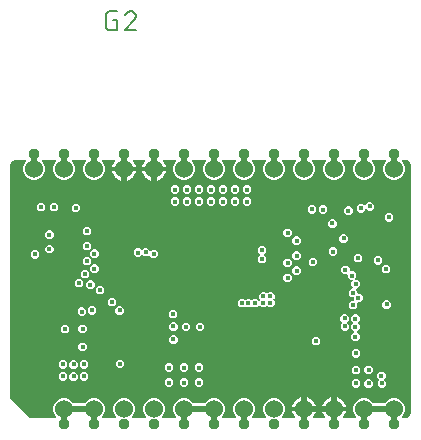
<source format=gbr>
G04 EAGLE Gerber RS-274X export*
G75*
%MOMM*%
%FSLAX34Y34*%
%LPD*%
%INCopper Layer 2*%
%IPPOS*%
%AMOC8*
5,1,8,0,0,1.08239X$1,22.5*%
G01*
%ADD10C,0.152400*%
%ADD11C,0.503200*%
%ADD12C,1.524000*%
%ADD13C,0.952500*%
%ADD14C,0.406400*%
%ADD15C,0.508000*%

G36*
X43670Y5142D02*
X43670Y5142D01*
X43741Y5144D01*
X43790Y5162D01*
X43842Y5170D01*
X43905Y5204D01*
X43972Y5229D01*
X44013Y5261D01*
X44059Y5286D01*
X44108Y5338D01*
X44164Y5382D01*
X44193Y5426D01*
X44228Y5464D01*
X44259Y5529D01*
X44297Y5589D01*
X44310Y5640D01*
X44332Y5687D01*
X44340Y5758D01*
X44357Y5828D01*
X44353Y5880D01*
X44359Y5931D01*
X44344Y6002D01*
X44338Y6073D01*
X44318Y6121D01*
X44307Y6172D01*
X44270Y6233D01*
X44242Y6299D01*
X44197Y6355D01*
X44181Y6383D01*
X44163Y6398D01*
X44137Y6430D01*
X43047Y7520D01*
X41655Y10881D01*
X41655Y14519D01*
X43047Y17880D01*
X45620Y20453D01*
X48981Y21845D01*
X52619Y21845D01*
X55980Y20453D01*
X58553Y17880D01*
X58609Y17743D01*
X58671Y17644D01*
X58731Y17543D01*
X58736Y17539D01*
X58739Y17534D01*
X58829Y17459D01*
X58918Y17383D01*
X58924Y17381D01*
X58929Y17377D01*
X59037Y17335D01*
X59146Y17291D01*
X59154Y17290D01*
X59158Y17289D01*
X59177Y17288D01*
X59313Y17273D01*
X67687Y17273D01*
X67802Y17292D01*
X67918Y17309D01*
X67924Y17311D01*
X67930Y17312D01*
X68033Y17367D01*
X68137Y17420D01*
X68142Y17425D01*
X68147Y17428D01*
X68228Y17513D01*
X68310Y17596D01*
X68313Y17602D01*
X68317Y17606D01*
X68325Y17623D01*
X68391Y17743D01*
X68447Y17880D01*
X71020Y20453D01*
X74381Y21845D01*
X78019Y21845D01*
X81380Y20453D01*
X83953Y17880D01*
X85345Y14519D01*
X85345Y10881D01*
X83953Y7520D01*
X82863Y6430D01*
X82821Y6372D01*
X82772Y6320D01*
X82750Y6273D01*
X82719Y6231D01*
X82698Y6162D01*
X82668Y6097D01*
X82662Y6045D01*
X82647Y5995D01*
X82649Y5924D01*
X82641Y5853D01*
X82652Y5802D01*
X82653Y5750D01*
X82678Y5682D01*
X82693Y5612D01*
X82720Y5567D01*
X82738Y5519D01*
X82783Y5463D01*
X82819Y5401D01*
X82859Y5367D01*
X82891Y5327D01*
X82952Y5288D01*
X83006Y5241D01*
X83055Y5222D01*
X83098Y5194D01*
X83168Y5176D01*
X83234Y5149D01*
X83306Y5141D01*
X83337Y5133D01*
X83360Y5135D01*
X83401Y5131D01*
X94399Y5131D01*
X94470Y5142D01*
X94541Y5144D01*
X94590Y5162D01*
X94642Y5170D01*
X94705Y5204D01*
X94772Y5229D01*
X94813Y5261D01*
X94859Y5286D01*
X94908Y5338D01*
X94964Y5382D01*
X94993Y5426D01*
X95028Y5464D01*
X95059Y5529D01*
X95097Y5589D01*
X95110Y5640D01*
X95132Y5687D01*
X95140Y5758D01*
X95157Y5828D01*
X95153Y5880D01*
X95159Y5931D01*
X95144Y6002D01*
X95138Y6073D01*
X95118Y6121D01*
X95107Y6172D01*
X95070Y6233D01*
X95042Y6299D01*
X94997Y6355D01*
X94981Y6383D01*
X94963Y6398D01*
X94937Y6430D01*
X93847Y7520D01*
X92455Y10881D01*
X92455Y14519D01*
X93847Y17880D01*
X96420Y20453D01*
X99781Y21845D01*
X103419Y21845D01*
X106780Y20453D01*
X109353Y17880D01*
X110745Y14519D01*
X110745Y10881D01*
X109353Y7520D01*
X108263Y6430D01*
X108221Y6372D01*
X108172Y6320D01*
X108150Y6273D01*
X108119Y6231D01*
X108098Y6162D01*
X108068Y6097D01*
X108062Y6045D01*
X108047Y5995D01*
X108049Y5924D01*
X108041Y5853D01*
X108052Y5802D01*
X108053Y5750D01*
X108078Y5682D01*
X108093Y5612D01*
X108120Y5567D01*
X108138Y5519D01*
X108183Y5463D01*
X108219Y5401D01*
X108259Y5367D01*
X108291Y5327D01*
X108352Y5288D01*
X108406Y5241D01*
X108455Y5222D01*
X108498Y5194D01*
X108568Y5176D01*
X108634Y5149D01*
X108706Y5141D01*
X108737Y5133D01*
X108760Y5135D01*
X108801Y5131D01*
X119799Y5131D01*
X119870Y5142D01*
X119941Y5144D01*
X119990Y5162D01*
X120042Y5170D01*
X120105Y5204D01*
X120172Y5229D01*
X120213Y5261D01*
X120259Y5286D01*
X120308Y5338D01*
X120364Y5382D01*
X120393Y5426D01*
X120428Y5464D01*
X120459Y5529D01*
X120497Y5589D01*
X120510Y5640D01*
X120532Y5687D01*
X120540Y5758D01*
X120557Y5828D01*
X120553Y5880D01*
X120559Y5931D01*
X120544Y6002D01*
X120538Y6073D01*
X120518Y6121D01*
X120507Y6172D01*
X120470Y6233D01*
X120442Y6299D01*
X120397Y6355D01*
X120381Y6383D01*
X120363Y6398D01*
X120337Y6430D01*
X119247Y7520D01*
X117855Y10881D01*
X117855Y14519D01*
X119247Y17880D01*
X121820Y20453D01*
X125181Y21845D01*
X128819Y21845D01*
X132180Y20453D01*
X134753Y17880D01*
X136145Y14519D01*
X136145Y10881D01*
X134753Y7520D01*
X133663Y6430D01*
X133621Y6372D01*
X133572Y6320D01*
X133550Y6273D01*
X133519Y6231D01*
X133498Y6162D01*
X133468Y6097D01*
X133462Y6045D01*
X133447Y5995D01*
X133449Y5924D01*
X133441Y5853D01*
X133452Y5802D01*
X133453Y5750D01*
X133478Y5682D01*
X133493Y5612D01*
X133520Y5567D01*
X133538Y5519D01*
X133583Y5463D01*
X133619Y5401D01*
X133659Y5367D01*
X133691Y5327D01*
X133752Y5288D01*
X133806Y5241D01*
X133855Y5222D01*
X133898Y5194D01*
X133968Y5176D01*
X134034Y5149D01*
X134106Y5141D01*
X134137Y5133D01*
X134160Y5135D01*
X134201Y5131D01*
X145199Y5131D01*
X145270Y5142D01*
X145341Y5144D01*
X145390Y5162D01*
X145442Y5170D01*
X145505Y5204D01*
X145572Y5229D01*
X145613Y5261D01*
X145659Y5286D01*
X145708Y5338D01*
X145764Y5382D01*
X145793Y5426D01*
X145828Y5464D01*
X145859Y5529D01*
X145897Y5589D01*
X145910Y5640D01*
X145932Y5687D01*
X145940Y5758D01*
X145957Y5828D01*
X145953Y5880D01*
X145959Y5931D01*
X145944Y6002D01*
X145938Y6073D01*
X145918Y6121D01*
X145907Y6172D01*
X145870Y6233D01*
X145842Y6299D01*
X145797Y6355D01*
X145781Y6383D01*
X145763Y6398D01*
X145737Y6430D01*
X144647Y7520D01*
X143255Y10881D01*
X143255Y14519D01*
X144647Y17880D01*
X147220Y20453D01*
X150581Y21845D01*
X154219Y21845D01*
X157580Y20453D01*
X160153Y17880D01*
X160209Y17743D01*
X160271Y17643D01*
X160331Y17543D01*
X160336Y17539D01*
X160339Y17534D01*
X160429Y17459D01*
X160518Y17383D01*
X160524Y17381D01*
X160528Y17377D01*
X160637Y17335D01*
X160746Y17291D01*
X160753Y17290D01*
X160758Y17289D01*
X160776Y17288D01*
X160913Y17273D01*
X169287Y17273D01*
X169402Y17292D01*
X169518Y17309D01*
X169524Y17311D01*
X169530Y17312D01*
X169633Y17367D01*
X169737Y17420D01*
X169742Y17425D01*
X169747Y17428D01*
X169828Y17512D01*
X169910Y17596D01*
X169913Y17602D01*
X169917Y17606D01*
X169925Y17623D01*
X169991Y17743D01*
X170047Y17880D01*
X172620Y20453D01*
X175981Y21845D01*
X179619Y21845D01*
X182980Y20453D01*
X185553Y17880D01*
X186945Y14519D01*
X186945Y10881D01*
X185553Y7520D01*
X184463Y6430D01*
X184421Y6372D01*
X184372Y6320D01*
X184350Y6273D01*
X184319Y6231D01*
X184298Y6162D01*
X184268Y6097D01*
X184262Y6045D01*
X184247Y5995D01*
X184249Y5924D01*
X184241Y5853D01*
X184252Y5802D01*
X184253Y5750D01*
X184278Y5682D01*
X184293Y5612D01*
X184320Y5567D01*
X184338Y5519D01*
X184383Y5463D01*
X184419Y5401D01*
X184459Y5367D01*
X184491Y5327D01*
X184552Y5288D01*
X184606Y5241D01*
X184655Y5222D01*
X184698Y5194D01*
X184768Y5176D01*
X184834Y5149D01*
X184906Y5141D01*
X184937Y5133D01*
X184960Y5135D01*
X185001Y5131D01*
X195999Y5131D01*
X196070Y5142D01*
X196141Y5144D01*
X196190Y5162D01*
X196242Y5170D01*
X196305Y5204D01*
X196372Y5229D01*
X196413Y5261D01*
X196459Y5286D01*
X196508Y5338D01*
X196564Y5382D01*
X196593Y5426D01*
X196628Y5464D01*
X196659Y5529D01*
X196697Y5589D01*
X196710Y5640D01*
X196732Y5687D01*
X196740Y5758D01*
X196757Y5828D01*
X196753Y5880D01*
X196759Y5931D01*
X196744Y6002D01*
X196738Y6073D01*
X196718Y6121D01*
X196707Y6172D01*
X196670Y6233D01*
X196642Y6299D01*
X196597Y6355D01*
X196581Y6383D01*
X196563Y6398D01*
X196537Y6430D01*
X195447Y7520D01*
X194055Y10881D01*
X194055Y14519D01*
X195447Y17880D01*
X198020Y20453D01*
X201381Y21845D01*
X205019Y21845D01*
X208380Y20453D01*
X210953Y17880D01*
X212345Y14519D01*
X212345Y10881D01*
X210953Y7520D01*
X209863Y6430D01*
X209821Y6372D01*
X209772Y6320D01*
X209750Y6273D01*
X209719Y6231D01*
X209698Y6162D01*
X209668Y6097D01*
X209662Y6045D01*
X209647Y5995D01*
X209649Y5924D01*
X209641Y5853D01*
X209652Y5802D01*
X209653Y5750D01*
X209678Y5682D01*
X209693Y5612D01*
X209720Y5567D01*
X209738Y5519D01*
X209783Y5463D01*
X209819Y5401D01*
X209859Y5367D01*
X209891Y5327D01*
X209952Y5288D01*
X210006Y5241D01*
X210055Y5222D01*
X210098Y5194D01*
X210168Y5176D01*
X210234Y5149D01*
X210306Y5141D01*
X210337Y5133D01*
X210360Y5135D01*
X210401Y5131D01*
X221399Y5131D01*
X221470Y5142D01*
X221541Y5144D01*
X221590Y5162D01*
X221642Y5170D01*
X221705Y5204D01*
X221772Y5229D01*
X221813Y5261D01*
X221859Y5286D01*
X221908Y5338D01*
X221964Y5382D01*
X221993Y5426D01*
X222028Y5464D01*
X222059Y5529D01*
X222097Y5589D01*
X222110Y5640D01*
X222132Y5687D01*
X222140Y5758D01*
X222157Y5828D01*
X222153Y5880D01*
X222159Y5931D01*
X222144Y6002D01*
X222138Y6073D01*
X222118Y6121D01*
X222107Y6172D01*
X222070Y6233D01*
X222042Y6299D01*
X221997Y6355D01*
X221981Y6383D01*
X221963Y6398D01*
X221937Y6430D01*
X220847Y7520D01*
X219455Y10881D01*
X219455Y14519D01*
X220847Y17880D01*
X223420Y20453D01*
X226781Y21845D01*
X230419Y21845D01*
X233780Y20453D01*
X236353Y17880D01*
X237745Y14519D01*
X237745Y10881D01*
X236353Y7520D01*
X235263Y6430D01*
X235221Y6372D01*
X235172Y6320D01*
X235150Y6273D01*
X235119Y6231D01*
X235098Y6162D01*
X235068Y6097D01*
X235062Y6045D01*
X235047Y5995D01*
X235049Y5924D01*
X235041Y5853D01*
X235052Y5802D01*
X235053Y5750D01*
X235078Y5682D01*
X235093Y5612D01*
X235120Y5567D01*
X235138Y5519D01*
X235183Y5463D01*
X235219Y5401D01*
X235259Y5367D01*
X235291Y5327D01*
X235352Y5288D01*
X235406Y5241D01*
X235455Y5222D01*
X235498Y5194D01*
X235568Y5176D01*
X235634Y5149D01*
X235706Y5141D01*
X235737Y5133D01*
X235760Y5135D01*
X235801Y5131D01*
X245446Y5131D01*
X245458Y5133D01*
X245470Y5131D01*
X245579Y5152D01*
X245689Y5170D01*
X245699Y5176D01*
X245711Y5178D01*
X245808Y5234D01*
X245906Y5286D01*
X245914Y5294D01*
X245925Y5300D01*
X245999Y5383D01*
X246076Y5464D01*
X246081Y5475D01*
X246089Y5484D01*
X246132Y5586D01*
X246179Y5687D01*
X246180Y5699D01*
X246185Y5710D01*
X246194Y5821D01*
X246206Y5931D01*
X246204Y5943D01*
X246205Y5955D01*
X246178Y6063D01*
X246154Y6172D01*
X246148Y6182D01*
X246145Y6194D01*
X246062Y6339D01*
X245310Y7375D01*
X244584Y8800D01*
X244089Y10321D01*
X243954Y11177D01*
X253238Y11177D01*
X253258Y11180D01*
X253277Y11178D01*
X253379Y11200D01*
X253481Y11217D01*
X253498Y11226D01*
X253518Y11230D01*
X253607Y11283D01*
X253698Y11332D01*
X253712Y11346D01*
X253729Y11356D01*
X253796Y11435D01*
X253867Y11510D01*
X253876Y11528D01*
X253889Y11543D01*
X253927Y11639D01*
X253971Y11733D01*
X253973Y11753D01*
X253981Y11771D01*
X253999Y11938D01*
X253999Y12701D01*
X254001Y12701D01*
X254001Y11938D01*
X254004Y11918D01*
X254002Y11899D01*
X254024Y11797D01*
X254041Y11695D01*
X254050Y11678D01*
X254054Y11658D01*
X254107Y11569D01*
X254156Y11478D01*
X254170Y11464D01*
X254180Y11447D01*
X254259Y11380D01*
X254334Y11309D01*
X254352Y11300D01*
X254367Y11287D01*
X254463Y11248D01*
X254557Y11205D01*
X254577Y11203D01*
X254595Y11195D01*
X254762Y11177D01*
X264046Y11177D01*
X263911Y10321D01*
X263416Y8800D01*
X262690Y7375D01*
X261938Y6339D01*
X261933Y6329D01*
X261924Y6320D01*
X261877Y6219D01*
X261828Y6120D01*
X261826Y6108D01*
X261821Y6097D01*
X261809Y5986D01*
X261793Y5876D01*
X261795Y5864D01*
X261794Y5853D01*
X261817Y5744D01*
X261838Y5634D01*
X261843Y5624D01*
X261846Y5612D01*
X261903Y5516D01*
X261957Y5419D01*
X261966Y5411D01*
X261972Y5401D01*
X262057Y5329D01*
X262139Y5254D01*
X262150Y5249D01*
X262159Y5241D01*
X262263Y5199D01*
X262364Y5155D01*
X262376Y5154D01*
X262387Y5149D01*
X262554Y5131D01*
X270846Y5131D01*
X270858Y5133D01*
X270870Y5131D01*
X270979Y5152D01*
X271089Y5170D01*
X271099Y5176D01*
X271111Y5178D01*
X271208Y5234D01*
X271306Y5286D01*
X271314Y5294D01*
X271325Y5300D01*
X271399Y5383D01*
X271476Y5464D01*
X271481Y5475D01*
X271489Y5484D01*
X271532Y5586D01*
X271579Y5687D01*
X271580Y5699D01*
X271585Y5710D01*
X271594Y5821D01*
X271606Y5931D01*
X271604Y5943D01*
X271605Y5955D01*
X271578Y6063D01*
X271554Y6172D01*
X271548Y6182D01*
X271545Y6194D01*
X271462Y6339D01*
X270710Y7375D01*
X269984Y8800D01*
X269489Y10321D01*
X269354Y11177D01*
X278638Y11177D01*
X278658Y11180D01*
X278677Y11178D01*
X278779Y11200D01*
X278881Y11217D01*
X278898Y11226D01*
X278918Y11230D01*
X279007Y11283D01*
X279098Y11332D01*
X279112Y11346D01*
X279129Y11356D01*
X279196Y11435D01*
X279267Y11510D01*
X279276Y11528D01*
X279289Y11543D01*
X279327Y11639D01*
X279371Y11733D01*
X279373Y11753D01*
X279381Y11771D01*
X279399Y11938D01*
X279399Y12701D01*
X279401Y12701D01*
X279401Y11938D01*
X279404Y11918D01*
X279402Y11899D01*
X279424Y11797D01*
X279441Y11695D01*
X279450Y11678D01*
X279454Y11658D01*
X279507Y11569D01*
X279556Y11478D01*
X279570Y11464D01*
X279580Y11447D01*
X279659Y11380D01*
X279734Y11309D01*
X279752Y11300D01*
X279767Y11287D01*
X279863Y11248D01*
X279957Y11205D01*
X279977Y11203D01*
X279995Y11195D01*
X280162Y11177D01*
X289446Y11177D01*
X289311Y10321D01*
X288816Y8800D01*
X288090Y7375D01*
X287338Y6339D01*
X287333Y6329D01*
X287324Y6320D01*
X287277Y6219D01*
X287228Y6120D01*
X287226Y6108D01*
X287221Y6097D01*
X287209Y5986D01*
X287193Y5876D01*
X287195Y5864D01*
X287194Y5853D01*
X287217Y5744D01*
X287238Y5634D01*
X287243Y5624D01*
X287246Y5612D01*
X287303Y5516D01*
X287357Y5419D01*
X287366Y5411D01*
X287372Y5401D01*
X287457Y5329D01*
X287539Y5254D01*
X287550Y5249D01*
X287559Y5241D01*
X287663Y5199D01*
X287764Y5155D01*
X287776Y5154D01*
X287787Y5149D01*
X287954Y5131D01*
X297599Y5131D01*
X297670Y5142D01*
X297741Y5144D01*
X297790Y5162D01*
X297842Y5170D01*
X297905Y5204D01*
X297972Y5229D01*
X298013Y5261D01*
X298059Y5286D01*
X298108Y5338D01*
X298164Y5382D01*
X298193Y5426D01*
X298228Y5464D01*
X298259Y5529D01*
X298297Y5589D01*
X298310Y5640D01*
X298332Y5687D01*
X298340Y5758D01*
X298357Y5828D01*
X298353Y5880D01*
X298359Y5931D01*
X298344Y6002D01*
X298338Y6073D01*
X298318Y6121D01*
X298307Y6172D01*
X298270Y6233D01*
X298242Y6299D01*
X298197Y6355D01*
X298181Y6383D01*
X298163Y6398D01*
X298137Y6430D01*
X297047Y7520D01*
X295655Y10881D01*
X295655Y14519D01*
X297047Y17880D01*
X299620Y20453D01*
X302981Y21845D01*
X306619Y21845D01*
X309980Y20453D01*
X312553Y17880D01*
X312609Y17743D01*
X312671Y17643D01*
X312731Y17543D01*
X312736Y17539D01*
X312739Y17534D01*
X312829Y17459D01*
X312918Y17383D01*
X312924Y17381D01*
X312928Y17377D01*
X313037Y17335D01*
X313146Y17291D01*
X313153Y17290D01*
X313158Y17289D01*
X313176Y17288D01*
X313313Y17273D01*
X321687Y17273D01*
X321802Y17292D01*
X321918Y17309D01*
X321924Y17311D01*
X321930Y17312D01*
X322033Y17367D01*
X322137Y17420D01*
X322142Y17425D01*
X322147Y17428D01*
X322228Y17512D01*
X322310Y17596D01*
X322313Y17602D01*
X322317Y17606D01*
X322325Y17623D01*
X322391Y17743D01*
X322447Y17880D01*
X325020Y20453D01*
X328381Y21845D01*
X332019Y21845D01*
X335380Y20453D01*
X337953Y17880D01*
X339345Y14519D01*
X339345Y10881D01*
X337953Y7520D01*
X336863Y6430D01*
X336821Y6372D01*
X336772Y6320D01*
X336750Y6273D01*
X336719Y6231D01*
X336698Y6162D01*
X336668Y6097D01*
X336662Y6045D01*
X336647Y5995D01*
X336649Y5924D01*
X336641Y5853D01*
X336652Y5802D01*
X336653Y5750D01*
X336678Y5682D01*
X336693Y5612D01*
X336720Y5567D01*
X336738Y5519D01*
X336783Y5463D01*
X336819Y5401D01*
X336859Y5367D01*
X336891Y5327D01*
X336952Y5288D01*
X337006Y5241D01*
X337055Y5222D01*
X337098Y5194D01*
X337168Y5176D01*
X337234Y5149D01*
X337306Y5141D01*
X337337Y5133D01*
X337360Y5135D01*
X337401Y5131D01*
X340000Y5131D01*
X340026Y5135D01*
X340075Y5134D01*
X340876Y5213D01*
X340903Y5221D01*
X340932Y5221D01*
X341093Y5268D01*
X342574Y5881D01*
X342629Y5916D01*
X342690Y5941D01*
X342754Y5993D01*
X342783Y6011D01*
X342795Y6026D01*
X342821Y6046D01*
X343954Y7179D01*
X343992Y7233D01*
X344038Y7279D01*
X344078Y7353D01*
X344098Y7379D01*
X344103Y7398D01*
X344119Y7426D01*
X344732Y8907D01*
X344739Y8935D01*
X344752Y8960D01*
X344787Y9124D01*
X344866Y9925D01*
X344864Y9952D01*
X344869Y10000D01*
X344869Y218600D01*
X344865Y218626D01*
X344866Y218675D01*
X344787Y219476D01*
X344779Y219503D01*
X344779Y219532D01*
X344732Y219693D01*
X344119Y221174D01*
X344084Y221229D01*
X344059Y221290D01*
X344007Y221354D01*
X343989Y221383D01*
X343974Y221395D01*
X343954Y221421D01*
X342821Y222554D01*
X342767Y222592D01*
X342721Y222638D01*
X342647Y222678D01*
X342621Y222698D01*
X342602Y222703D01*
X342574Y222719D01*
X341093Y223332D01*
X341065Y223339D01*
X341040Y223352D01*
X340876Y223387D01*
X340075Y223466D01*
X340048Y223464D01*
X340000Y223469D01*
X337401Y223469D01*
X337330Y223458D01*
X337259Y223456D01*
X337210Y223438D01*
X337158Y223430D01*
X337095Y223396D01*
X337028Y223371D01*
X336987Y223339D01*
X336941Y223314D01*
X336892Y223262D01*
X336836Y223218D01*
X336807Y223174D01*
X336772Y223136D01*
X336741Y223071D01*
X336703Y223011D01*
X336690Y222960D01*
X336668Y222913D01*
X336660Y222842D01*
X336643Y222772D01*
X336647Y222720D01*
X336641Y222669D01*
X336656Y222598D01*
X336662Y222527D01*
X336682Y222479D01*
X336693Y222428D01*
X336730Y222367D01*
X336758Y222301D01*
X336803Y222245D01*
X336819Y222217D01*
X336837Y222202D01*
X336863Y222170D01*
X337953Y221080D01*
X339345Y217719D01*
X339345Y214081D01*
X337953Y210720D01*
X335380Y208147D01*
X332019Y206755D01*
X328381Y206755D01*
X325020Y208147D01*
X322447Y210720D01*
X321055Y214081D01*
X321055Y217719D01*
X322447Y221080D01*
X323537Y222170D01*
X323579Y222228D01*
X323628Y222280D01*
X323650Y222327D01*
X323681Y222369D01*
X323702Y222438D01*
X323732Y222503D01*
X323738Y222555D01*
X323753Y222605D01*
X323751Y222676D01*
X323759Y222747D01*
X323748Y222798D01*
X323747Y222850D01*
X323722Y222918D01*
X323707Y222988D01*
X323680Y223033D01*
X323662Y223081D01*
X323617Y223137D01*
X323581Y223199D01*
X323541Y223233D01*
X323509Y223273D01*
X323448Y223312D01*
X323394Y223359D01*
X323345Y223378D01*
X323302Y223406D01*
X323232Y223424D01*
X323166Y223451D01*
X323094Y223459D01*
X323063Y223467D01*
X323040Y223465D01*
X322999Y223469D01*
X312001Y223469D01*
X311930Y223458D01*
X311859Y223456D01*
X311810Y223438D01*
X311758Y223430D01*
X311695Y223396D01*
X311628Y223371D01*
X311587Y223339D01*
X311541Y223314D01*
X311492Y223262D01*
X311436Y223218D01*
X311407Y223174D01*
X311372Y223136D01*
X311341Y223071D01*
X311303Y223011D01*
X311290Y222960D01*
X311268Y222913D01*
X311260Y222842D01*
X311243Y222772D01*
X311247Y222720D01*
X311241Y222669D01*
X311256Y222598D01*
X311262Y222527D01*
X311282Y222479D01*
X311293Y222428D01*
X311330Y222367D01*
X311358Y222301D01*
X311403Y222245D01*
X311419Y222217D01*
X311437Y222202D01*
X311463Y222170D01*
X312553Y221080D01*
X313945Y217719D01*
X313945Y214081D01*
X312553Y210720D01*
X309980Y208147D01*
X306619Y206755D01*
X302981Y206755D01*
X299620Y208147D01*
X297047Y210720D01*
X295655Y214081D01*
X295655Y217719D01*
X297047Y221080D01*
X298137Y222170D01*
X298179Y222228D01*
X298228Y222280D01*
X298250Y222327D01*
X298281Y222369D01*
X298302Y222438D01*
X298332Y222503D01*
X298338Y222555D01*
X298353Y222605D01*
X298351Y222676D01*
X298359Y222747D01*
X298348Y222798D01*
X298347Y222850D01*
X298322Y222918D01*
X298307Y222988D01*
X298280Y223033D01*
X298262Y223081D01*
X298217Y223137D01*
X298181Y223199D01*
X298141Y223233D01*
X298109Y223273D01*
X298048Y223312D01*
X297994Y223359D01*
X297945Y223378D01*
X297902Y223406D01*
X297832Y223424D01*
X297766Y223451D01*
X297694Y223459D01*
X297663Y223467D01*
X297640Y223465D01*
X297599Y223469D01*
X286601Y223469D01*
X286530Y223458D01*
X286459Y223456D01*
X286410Y223438D01*
X286358Y223430D01*
X286295Y223396D01*
X286228Y223371D01*
X286187Y223339D01*
X286141Y223314D01*
X286092Y223262D01*
X286036Y223218D01*
X286007Y223174D01*
X285972Y223136D01*
X285941Y223071D01*
X285903Y223011D01*
X285890Y222960D01*
X285868Y222913D01*
X285860Y222842D01*
X285843Y222772D01*
X285847Y222720D01*
X285841Y222669D01*
X285856Y222598D01*
X285862Y222527D01*
X285882Y222479D01*
X285893Y222428D01*
X285930Y222367D01*
X285958Y222301D01*
X286003Y222245D01*
X286019Y222217D01*
X286037Y222202D01*
X286063Y222170D01*
X287153Y221080D01*
X288545Y217719D01*
X288545Y214081D01*
X287153Y210720D01*
X284580Y208147D01*
X281219Y206755D01*
X277581Y206755D01*
X274220Y208147D01*
X271647Y210720D01*
X270255Y214081D01*
X270255Y217719D01*
X271647Y221080D01*
X272737Y222170D01*
X272779Y222228D01*
X272828Y222280D01*
X272850Y222327D01*
X272881Y222369D01*
X272902Y222438D01*
X272932Y222503D01*
X272938Y222555D01*
X272953Y222605D01*
X272951Y222676D01*
X272959Y222747D01*
X272948Y222798D01*
X272947Y222850D01*
X272922Y222918D01*
X272907Y222988D01*
X272880Y223033D01*
X272862Y223081D01*
X272817Y223137D01*
X272781Y223199D01*
X272741Y223233D01*
X272709Y223273D01*
X272648Y223312D01*
X272594Y223359D01*
X272545Y223378D01*
X272502Y223406D01*
X272432Y223424D01*
X272366Y223451D01*
X272294Y223459D01*
X272263Y223467D01*
X272240Y223465D01*
X272199Y223469D01*
X261201Y223469D01*
X261130Y223458D01*
X261059Y223456D01*
X261010Y223438D01*
X260958Y223430D01*
X260895Y223396D01*
X260828Y223371D01*
X260787Y223339D01*
X260741Y223314D01*
X260692Y223262D01*
X260636Y223218D01*
X260607Y223174D01*
X260572Y223136D01*
X260541Y223071D01*
X260503Y223011D01*
X260490Y222960D01*
X260468Y222913D01*
X260460Y222842D01*
X260443Y222772D01*
X260447Y222720D01*
X260441Y222669D01*
X260456Y222598D01*
X260462Y222527D01*
X260482Y222479D01*
X260493Y222428D01*
X260530Y222367D01*
X260558Y222301D01*
X260603Y222245D01*
X260619Y222217D01*
X260637Y222202D01*
X260663Y222170D01*
X261753Y221080D01*
X263145Y217719D01*
X263145Y214081D01*
X261753Y210720D01*
X259180Y208147D01*
X255819Y206755D01*
X252181Y206755D01*
X248820Y208147D01*
X246247Y210720D01*
X244855Y214081D01*
X244855Y217719D01*
X246247Y221080D01*
X247337Y222170D01*
X247379Y222228D01*
X247428Y222280D01*
X247450Y222327D01*
X247481Y222369D01*
X247502Y222438D01*
X247532Y222503D01*
X247538Y222555D01*
X247553Y222605D01*
X247551Y222676D01*
X247559Y222747D01*
X247548Y222798D01*
X247547Y222850D01*
X247522Y222918D01*
X247507Y222988D01*
X247480Y223033D01*
X247462Y223081D01*
X247417Y223137D01*
X247381Y223199D01*
X247341Y223233D01*
X247309Y223273D01*
X247248Y223312D01*
X247194Y223359D01*
X247145Y223378D01*
X247102Y223406D01*
X247032Y223424D01*
X246966Y223451D01*
X246894Y223459D01*
X246863Y223467D01*
X246840Y223465D01*
X246799Y223469D01*
X235801Y223469D01*
X235730Y223458D01*
X235659Y223456D01*
X235610Y223438D01*
X235558Y223430D01*
X235495Y223396D01*
X235428Y223371D01*
X235387Y223339D01*
X235341Y223314D01*
X235292Y223262D01*
X235236Y223218D01*
X235207Y223174D01*
X235172Y223136D01*
X235141Y223071D01*
X235103Y223011D01*
X235090Y222960D01*
X235068Y222913D01*
X235060Y222842D01*
X235043Y222772D01*
X235047Y222720D01*
X235041Y222669D01*
X235056Y222598D01*
X235062Y222527D01*
X235082Y222479D01*
X235093Y222428D01*
X235130Y222367D01*
X235158Y222301D01*
X235203Y222245D01*
X235219Y222217D01*
X235237Y222202D01*
X235263Y222170D01*
X236353Y221080D01*
X237745Y217719D01*
X237745Y214081D01*
X236353Y210720D01*
X233780Y208147D01*
X230419Y206755D01*
X226781Y206755D01*
X223420Y208147D01*
X220847Y210720D01*
X219455Y214081D01*
X219455Y217719D01*
X220847Y221080D01*
X221937Y222170D01*
X221979Y222228D01*
X222028Y222280D01*
X222050Y222327D01*
X222081Y222369D01*
X222102Y222438D01*
X222132Y222503D01*
X222138Y222555D01*
X222153Y222605D01*
X222151Y222676D01*
X222159Y222747D01*
X222148Y222798D01*
X222147Y222850D01*
X222122Y222918D01*
X222107Y222988D01*
X222080Y223033D01*
X222062Y223081D01*
X222017Y223137D01*
X221981Y223199D01*
X221941Y223233D01*
X221909Y223273D01*
X221848Y223312D01*
X221794Y223359D01*
X221745Y223378D01*
X221702Y223406D01*
X221632Y223424D01*
X221566Y223451D01*
X221494Y223459D01*
X221463Y223467D01*
X221440Y223465D01*
X221399Y223469D01*
X210401Y223469D01*
X210330Y223458D01*
X210259Y223456D01*
X210210Y223438D01*
X210158Y223430D01*
X210095Y223396D01*
X210028Y223371D01*
X209987Y223339D01*
X209941Y223314D01*
X209892Y223262D01*
X209836Y223218D01*
X209807Y223174D01*
X209772Y223136D01*
X209741Y223071D01*
X209703Y223011D01*
X209690Y222960D01*
X209668Y222913D01*
X209660Y222842D01*
X209643Y222772D01*
X209647Y222720D01*
X209641Y222669D01*
X209656Y222598D01*
X209662Y222527D01*
X209682Y222479D01*
X209693Y222428D01*
X209730Y222367D01*
X209758Y222301D01*
X209803Y222245D01*
X209819Y222217D01*
X209837Y222202D01*
X209863Y222170D01*
X210953Y221080D01*
X212345Y217719D01*
X212345Y214081D01*
X210953Y210720D01*
X208380Y208147D01*
X205019Y206755D01*
X201381Y206755D01*
X198020Y208147D01*
X195447Y210720D01*
X194055Y214081D01*
X194055Y217719D01*
X195447Y221080D01*
X196537Y222170D01*
X196579Y222228D01*
X196628Y222280D01*
X196650Y222327D01*
X196681Y222369D01*
X196702Y222438D01*
X196732Y222503D01*
X196738Y222555D01*
X196753Y222605D01*
X196751Y222676D01*
X196759Y222747D01*
X196748Y222798D01*
X196747Y222850D01*
X196722Y222918D01*
X196707Y222988D01*
X196680Y223033D01*
X196662Y223081D01*
X196617Y223137D01*
X196581Y223199D01*
X196541Y223233D01*
X196509Y223273D01*
X196448Y223312D01*
X196394Y223359D01*
X196345Y223378D01*
X196302Y223406D01*
X196232Y223424D01*
X196166Y223451D01*
X196094Y223459D01*
X196063Y223467D01*
X196040Y223465D01*
X195999Y223469D01*
X185001Y223469D01*
X184930Y223458D01*
X184859Y223456D01*
X184810Y223438D01*
X184758Y223430D01*
X184695Y223396D01*
X184628Y223371D01*
X184587Y223339D01*
X184541Y223314D01*
X184492Y223262D01*
X184436Y223218D01*
X184407Y223174D01*
X184372Y223136D01*
X184341Y223071D01*
X184303Y223011D01*
X184290Y222960D01*
X184268Y222913D01*
X184260Y222842D01*
X184243Y222772D01*
X184247Y222720D01*
X184241Y222669D01*
X184256Y222598D01*
X184262Y222527D01*
X184282Y222479D01*
X184293Y222428D01*
X184330Y222367D01*
X184358Y222301D01*
X184403Y222245D01*
X184419Y222217D01*
X184437Y222202D01*
X184463Y222170D01*
X185553Y221080D01*
X186945Y217719D01*
X186945Y214081D01*
X185553Y210720D01*
X182980Y208147D01*
X179619Y206755D01*
X175981Y206755D01*
X172620Y208147D01*
X170047Y210720D01*
X168655Y214081D01*
X168655Y217719D01*
X170047Y221080D01*
X171137Y222170D01*
X171179Y222228D01*
X171228Y222280D01*
X171250Y222327D01*
X171281Y222369D01*
X171302Y222438D01*
X171332Y222503D01*
X171338Y222555D01*
X171353Y222605D01*
X171351Y222676D01*
X171359Y222747D01*
X171348Y222798D01*
X171347Y222850D01*
X171322Y222918D01*
X171307Y222988D01*
X171280Y223033D01*
X171262Y223081D01*
X171217Y223137D01*
X171181Y223199D01*
X171141Y223233D01*
X171109Y223273D01*
X171048Y223312D01*
X170994Y223359D01*
X170945Y223378D01*
X170902Y223406D01*
X170832Y223424D01*
X170766Y223451D01*
X170694Y223459D01*
X170663Y223467D01*
X170640Y223465D01*
X170599Y223469D01*
X159601Y223469D01*
X159530Y223458D01*
X159459Y223456D01*
X159410Y223438D01*
X159358Y223430D01*
X159295Y223396D01*
X159228Y223371D01*
X159187Y223339D01*
X159141Y223314D01*
X159092Y223262D01*
X159036Y223218D01*
X159007Y223174D01*
X158972Y223136D01*
X158941Y223071D01*
X158903Y223011D01*
X158890Y222960D01*
X158868Y222913D01*
X158860Y222842D01*
X158843Y222772D01*
X158847Y222720D01*
X158841Y222669D01*
X158856Y222598D01*
X158862Y222527D01*
X158882Y222479D01*
X158893Y222428D01*
X158930Y222367D01*
X158958Y222301D01*
X159003Y222245D01*
X159019Y222217D01*
X159037Y222202D01*
X159063Y222170D01*
X160153Y221080D01*
X161545Y217719D01*
X161545Y214081D01*
X160153Y210720D01*
X157580Y208147D01*
X154219Y206755D01*
X150581Y206755D01*
X147220Y208147D01*
X144647Y210720D01*
X143255Y214081D01*
X143255Y217719D01*
X144647Y221080D01*
X145737Y222170D01*
X145779Y222228D01*
X145828Y222280D01*
X145850Y222327D01*
X145881Y222369D01*
X145902Y222438D01*
X145932Y222503D01*
X145938Y222555D01*
X145953Y222605D01*
X145951Y222676D01*
X145959Y222747D01*
X145948Y222798D01*
X145947Y222850D01*
X145922Y222918D01*
X145907Y222988D01*
X145880Y223033D01*
X145862Y223081D01*
X145817Y223137D01*
X145781Y223199D01*
X145741Y223233D01*
X145709Y223273D01*
X145648Y223312D01*
X145594Y223359D01*
X145545Y223378D01*
X145502Y223406D01*
X145432Y223424D01*
X145366Y223451D01*
X145294Y223459D01*
X145263Y223467D01*
X145240Y223465D01*
X145199Y223469D01*
X135554Y223469D01*
X135542Y223467D01*
X135530Y223469D01*
X135421Y223448D01*
X135311Y223430D01*
X135301Y223424D01*
X135289Y223422D01*
X135192Y223366D01*
X135094Y223314D01*
X135086Y223306D01*
X135075Y223300D01*
X135001Y223217D01*
X134924Y223136D01*
X134919Y223125D01*
X134911Y223116D01*
X134868Y223014D01*
X134821Y222913D01*
X134820Y222901D01*
X134815Y222890D01*
X134806Y222779D01*
X134794Y222669D01*
X134796Y222657D01*
X134795Y222645D01*
X134822Y222537D01*
X134846Y222428D01*
X134852Y222418D01*
X134855Y222406D01*
X134938Y222261D01*
X135690Y221225D01*
X136416Y219800D01*
X136911Y218279D01*
X137046Y217423D01*
X127762Y217423D01*
X127742Y217420D01*
X127723Y217422D01*
X127621Y217400D01*
X127519Y217383D01*
X127502Y217374D01*
X127482Y217370D01*
X127393Y217317D01*
X127302Y217268D01*
X127288Y217254D01*
X127271Y217244D01*
X127204Y217165D01*
X127133Y217090D01*
X127124Y217072D01*
X127111Y217057D01*
X127073Y216961D01*
X127029Y216867D01*
X127027Y216847D01*
X127019Y216829D01*
X127001Y216662D01*
X127001Y215899D01*
X126999Y215899D01*
X126999Y216662D01*
X126996Y216682D01*
X126998Y216701D01*
X126976Y216803D01*
X126959Y216905D01*
X126950Y216922D01*
X126946Y216942D01*
X126893Y217031D01*
X126844Y217122D01*
X126830Y217136D01*
X126820Y217153D01*
X126741Y217220D01*
X126666Y217291D01*
X126648Y217300D01*
X126633Y217313D01*
X126537Y217352D01*
X126443Y217395D01*
X126423Y217397D01*
X126405Y217405D01*
X126238Y217423D01*
X116954Y217423D01*
X117089Y218279D01*
X117584Y219800D01*
X118310Y221225D01*
X119062Y222261D01*
X119067Y222271D01*
X119076Y222280D01*
X119123Y222381D01*
X119172Y222480D01*
X119174Y222492D01*
X119179Y222503D01*
X119191Y222614D01*
X119207Y222724D01*
X119205Y222736D01*
X119206Y222747D01*
X119183Y222856D01*
X119162Y222966D01*
X119157Y222976D01*
X119154Y222988D01*
X119097Y223084D01*
X119043Y223181D01*
X119034Y223189D01*
X119028Y223199D01*
X118943Y223271D01*
X118861Y223346D01*
X118850Y223351D01*
X118841Y223359D01*
X118737Y223401D01*
X118636Y223445D01*
X118624Y223446D01*
X118613Y223451D01*
X118446Y223469D01*
X110154Y223469D01*
X110142Y223467D01*
X110130Y223469D01*
X110021Y223448D01*
X109911Y223430D01*
X109901Y223424D01*
X109889Y223422D01*
X109792Y223366D01*
X109694Y223314D01*
X109686Y223306D01*
X109675Y223300D01*
X109601Y223217D01*
X109524Y223136D01*
X109519Y223125D01*
X109511Y223116D01*
X109468Y223014D01*
X109421Y222913D01*
X109420Y222901D01*
X109415Y222890D01*
X109406Y222779D01*
X109394Y222669D01*
X109396Y222657D01*
X109395Y222645D01*
X109422Y222537D01*
X109446Y222428D01*
X109452Y222418D01*
X109455Y222406D01*
X109538Y222261D01*
X110290Y221225D01*
X111016Y219800D01*
X111511Y218279D01*
X111646Y217423D01*
X102362Y217423D01*
X102342Y217420D01*
X102323Y217422D01*
X102221Y217400D01*
X102119Y217383D01*
X102102Y217374D01*
X102082Y217370D01*
X101993Y217317D01*
X101902Y217268D01*
X101888Y217254D01*
X101871Y217244D01*
X101804Y217165D01*
X101733Y217090D01*
X101724Y217072D01*
X101711Y217057D01*
X101673Y216961D01*
X101629Y216867D01*
X101627Y216847D01*
X101619Y216829D01*
X101601Y216662D01*
X101601Y215899D01*
X101599Y215899D01*
X101599Y216662D01*
X101596Y216682D01*
X101598Y216701D01*
X101576Y216803D01*
X101559Y216905D01*
X101550Y216922D01*
X101546Y216942D01*
X101493Y217031D01*
X101444Y217122D01*
X101430Y217136D01*
X101420Y217153D01*
X101341Y217220D01*
X101266Y217291D01*
X101248Y217300D01*
X101233Y217313D01*
X101137Y217352D01*
X101043Y217395D01*
X101023Y217397D01*
X101005Y217405D01*
X100838Y217423D01*
X91554Y217423D01*
X91689Y218279D01*
X92184Y219800D01*
X92910Y221225D01*
X93662Y222261D01*
X93667Y222271D01*
X93676Y222280D01*
X93723Y222381D01*
X93772Y222480D01*
X93774Y222492D01*
X93779Y222503D01*
X93791Y222614D01*
X93807Y222724D01*
X93805Y222736D01*
X93806Y222747D01*
X93783Y222856D01*
X93762Y222966D01*
X93757Y222976D01*
X93754Y222988D01*
X93697Y223084D01*
X93643Y223181D01*
X93634Y223189D01*
X93628Y223199D01*
X93543Y223271D01*
X93461Y223346D01*
X93450Y223351D01*
X93441Y223359D01*
X93337Y223401D01*
X93236Y223445D01*
X93224Y223446D01*
X93213Y223451D01*
X93046Y223469D01*
X83401Y223469D01*
X83330Y223458D01*
X83259Y223456D01*
X83210Y223438D01*
X83158Y223430D01*
X83095Y223396D01*
X83028Y223371D01*
X82987Y223339D01*
X82941Y223314D01*
X82892Y223262D01*
X82836Y223218D01*
X82807Y223174D01*
X82772Y223136D01*
X82741Y223071D01*
X82703Y223011D01*
X82690Y222960D01*
X82668Y222913D01*
X82660Y222842D01*
X82643Y222772D01*
X82647Y222720D01*
X82641Y222669D01*
X82656Y222598D01*
X82662Y222527D01*
X82682Y222479D01*
X82693Y222428D01*
X82730Y222367D01*
X82758Y222301D01*
X82803Y222245D01*
X82819Y222217D01*
X82837Y222202D01*
X82863Y222170D01*
X83953Y221080D01*
X85345Y217719D01*
X85345Y214081D01*
X83953Y210720D01*
X81380Y208147D01*
X78019Y206755D01*
X74381Y206755D01*
X71020Y208147D01*
X68447Y210720D01*
X67055Y214081D01*
X67055Y217719D01*
X68447Y221080D01*
X69537Y222170D01*
X69579Y222228D01*
X69628Y222280D01*
X69650Y222327D01*
X69681Y222369D01*
X69702Y222438D01*
X69732Y222503D01*
X69738Y222555D01*
X69753Y222605D01*
X69751Y222676D01*
X69759Y222747D01*
X69748Y222798D01*
X69747Y222850D01*
X69722Y222918D01*
X69707Y222988D01*
X69680Y223033D01*
X69662Y223081D01*
X69617Y223137D01*
X69581Y223199D01*
X69541Y223233D01*
X69509Y223273D01*
X69448Y223312D01*
X69394Y223359D01*
X69345Y223378D01*
X69302Y223406D01*
X69232Y223424D01*
X69166Y223451D01*
X69094Y223459D01*
X69063Y223467D01*
X69040Y223465D01*
X68999Y223469D01*
X58001Y223469D01*
X57930Y223458D01*
X57859Y223456D01*
X57810Y223438D01*
X57758Y223430D01*
X57695Y223396D01*
X57628Y223371D01*
X57587Y223339D01*
X57541Y223314D01*
X57492Y223262D01*
X57436Y223218D01*
X57407Y223174D01*
X57372Y223136D01*
X57341Y223071D01*
X57303Y223011D01*
X57290Y222960D01*
X57268Y222913D01*
X57260Y222842D01*
X57243Y222772D01*
X57247Y222720D01*
X57241Y222669D01*
X57256Y222598D01*
X57262Y222527D01*
X57282Y222479D01*
X57293Y222428D01*
X57330Y222367D01*
X57358Y222301D01*
X57403Y222245D01*
X57419Y222217D01*
X57437Y222202D01*
X57463Y222170D01*
X58553Y221080D01*
X59945Y217719D01*
X59945Y214081D01*
X58553Y210720D01*
X55980Y208147D01*
X52619Y206755D01*
X48981Y206755D01*
X45620Y208147D01*
X43047Y210720D01*
X41655Y214081D01*
X41655Y217719D01*
X43047Y221080D01*
X44137Y222170D01*
X44179Y222228D01*
X44228Y222280D01*
X44250Y222327D01*
X44281Y222369D01*
X44302Y222438D01*
X44332Y222503D01*
X44338Y222555D01*
X44353Y222605D01*
X44351Y222676D01*
X44359Y222747D01*
X44348Y222798D01*
X44347Y222850D01*
X44322Y222918D01*
X44307Y222988D01*
X44280Y223033D01*
X44262Y223081D01*
X44217Y223137D01*
X44181Y223199D01*
X44141Y223233D01*
X44109Y223273D01*
X44048Y223312D01*
X43994Y223359D01*
X43945Y223378D01*
X43902Y223406D01*
X43832Y223424D01*
X43766Y223451D01*
X43694Y223459D01*
X43663Y223467D01*
X43640Y223465D01*
X43599Y223469D01*
X32601Y223469D01*
X32530Y223458D01*
X32459Y223456D01*
X32410Y223438D01*
X32358Y223430D01*
X32295Y223396D01*
X32228Y223371D01*
X32187Y223339D01*
X32141Y223314D01*
X32092Y223262D01*
X32036Y223218D01*
X32007Y223174D01*
X31972Y223136D01*
X31941Y223071D01*
X31903Y223011D01*
X31890Y222960D01*
X31868Y222913D01*
X31860Y222842D01*
X31843Y222772D01*
X31847Y222720D01*
X31841Y222669D01*
X31856Y222598D01*
X31862Y222527D01*
X31882Y222479D01*
X31893Y222428D01*
X31930Y222367D01*
X31958Y222301D01*
X32003Y222245D01*
X32019Y222217D01*
X32037Y222202D01*
X32063Y222170D01*
X33153Y221080D01*
X34545Y217719D01*
X34545Y214081D01*
X33153Y210720D01*
X30580Y208147D01*
X27219Y206755D01*
X23581Y206755D01*
X20220Y208147D01*
X17647Y210720D01*
X16255Y214081D01*
X16255Y217719D01*
X17647Y221080D01*
X18737Y222170D01*
X18779Y222228D01*
X18828Y222280D01*
X18850Y222327D01*
X18881Y222369D01*
X18902Y222438D01*
X18932Y222503D01*
X18938Y222555D01*
X18953Y222605D01*
X18951Y222676D01*
X18959Y222747D01*
X18948Y222798D01*
X18947Y222850D01*
X18922Y222918D01*
X18907Y222988D01*
X18880Y223033D01*
X18862Y223081D01*
X18817Y223137D01*
X18781Y223199D01*
X18741Y223233D01*
X18709Y223273D01*
X18648Y223312D01*
X18594Y223359D01*
X18545Y223378D01*
X18502Y223406D01*
X18432Y223424D01*
X18366Y223451D01*
X18294Y223459D01*
X18263Y223467D01*
X18240Y223465D01*
X18199Y223469D01*
X10000Y223469D01*
X9974Y223465D01*
X9925Y223466D01*
X9124Y223387D01*
X9097Y223379D01*
X9068Y223379D01*
X8907Y223332D01*
X7426Y222719D01*
X7371Y222684D01*
X7310Y222659D01*
X7246Y222607D01*
X7217Y222589D01*
X7205Y222574D01*
X7179Y222554D01*
X6046Y221421D01*
X6008Y221367D01*
X5962Y221321D01*
X5922Y221247D01*
X5902Y221221D01*
X5897Y221202D01*
X5881Y221174D01*
X5268Y219693D01*
X5261Y219665D01*
X5248Y219640D01*
X5213Y219476D01*
X5134Y218675D01*
X5136Y218648D01*
X5131Y218600D01*
X5131Y216164D01*
X5130Y216159D01*
X5091Y22444D01*
X5106Y22353D01*
X5113Y22262D01*
X5125Y22232D01*
X5131Y22201D01*
X5173Y22120D01*
X5209Y22036D01*
X5235Y22004D01*
X5246Y21984D01*
X5269Y21961D01*
X5314Y21905D01*
X21899Y5353D01*
X21973Y5300D01*
X22042Y5241D01*
X22073Y5229D01*
X22099Y5210D01*
X22186Y5183D01*
X22270Y5149D01*
X22312Y5145D01*
X22334Y5138D01*
X22366Y5139D01*
X22437Y5131D01*
X43599Y5131D01*
X43670Y5142D01*
G37*
%LPC*%
G36*
X199993Y98634D02*
X199993Y98634D01*
X197909Y100717D01*
X197909Y103664D01*
X199993Y105747D01*
X202939Y105747D01*
X203595Y105092D01*
X203611Y105080D01*
X203623Y105064D01*
X203711Y105008D01*
X203795Y104948D01*
X203814Y104942D01*
X203830Y104931D01*
X203931Y104906D01*
X204030Y104876D01*
X204050Y104876D01*
X204069Y104871D01*
X204172Y104879D01*
X204276Y104882D01*
X204294Y104889D01*
X204314Y104890D01*
X204409Y104931D01*
X204507Y104966D01*
X204522Y104979D01*
X204540Y104987D01*
X204671Y105092D01*
X205327Y105747D01*
X208273Y105747D01*
X209183Y104838D01*
X209199Y104826D01*
X209211Y104810D01*
X209299Y104754D01*
X209383Y104694D01*
X209402Y104688D01*
X209418Y104677D01*
X209519Y104652D01*
X209618Y104622D01*
X209638Y104622D01*
X209657Y104617D01*
X209760Y104625D01*
X209863Y104628D01*
X209882Y104635D01*
X209902Y104636D01*
X209997Y104677D01*
X210095Y104712D01*
X210110Y104725D01*
X210128Y104733D01*
X210259Y104838D01*
X211169Y105747D01*
X214115Y105747D01*
X215533Y104330D01*
X215549Y104318D01*
X215561Y104302D01*
X215649Y104246D01*
X215733Y104186D01*
X215752Y104180D01*
X215768Y104169D01*
X215869Y104144D01*
X215968Y104114D01*
X215988Y104114D01*
X216007Y104109D01*
X216110Y104117D01*
X216214Y104120D01*
X216232Y104127D01*
X216252Y104128D01*
X216347Y104169D01*
X216445Y104204D01*
X216460Y104217D01*
X216478Y104225D01*
X216609Y104330D01*
X216853Y104573D01*
X216864Y104589D01*
X216880Y104602D01*
X216936Y104689D01*
X216996Y104773D01*
X217002Y104792D01*
X217013Y104809D01*
X217038Y104909D01*
X217069Y105008D01*
X217068Y105028D01*
X217073Y105047D01*
X217065Y105150D01*
X217062Y105254D01*
X217055Y105273D01*
X217054Y105292D01*
X217014Y105387D01*
X216978Y105485D01*
X216965Y105500D01*
X216958Y105519D01*
X216853Y105650D01*
X215943Y106559D01*
X215943Y109506D01*
X218027Y111589D01*
X220973Y111589D01*
X222010Y110553D01*
X222026Y110541D01*
X222038Y110525D01*
X222126Y110469D01*
X222210Y110409D01*
X222229Y110403D01*
X222245Y110392D01*
X222346Y110367D01*
X222445Y110337D01*
X222465Y110337D01*
X222484Y110332D01*
X222587Y110340D01*
X222690Y110343D01*
X222709Y110350D01*
X222729Y110351D01*
X222824Y110392D01*
X222922Y110427D01*
X222937Y110440D01*
X222955Y110448D01*
X223086Y110553D01*
X224123Y111589D01*
X227069Y111589D01*
X229153Y109506D01*
X229153Y106559D01*
X228243Y105650D01*
X228232Y105633D01*
X228216Y105621D01*
X228160Y105534D01*
X228100Y105450D01*
X228094Y105431D01*
X228083Y105414D01*
X228058Y105314D01*
X228027Y105215D01*
X228028Y105195D01*
X228023Y105176D01*
X228031Y105073D01*
X228034Y104969D01*
X228041Y104950D01*
X228042Y104930D01*
X228083Y104835D01*
X228118Y104738D01*
X228131Y104722D01*
X228139Y104704D01*
X228243Y104573D01*
X229153Y103664D01*
X229153Y100717D01*
X227069Y98634D01*
X224123Y98634D01*
X223086Y99670D01*
X223070Y99682D01*
X223058Y99697D01*
X222971Y99753D01*
X222887Y99814D01*
X222868Y99819D01*
X222851Y99830D01*
X222750Y99856D01*
X222652Y99886D01*
X222632Y99885D01*
X222612Y99890D01*
X222509Y99882D01*
X222406Y99880D01*
X222387Y99873D01*
X222367Y99871D01*
X222272Y99831D01*
X222175Y99795D01*
X222159Y99783D01*
X222141Y99775D01*
X222010Y99670D01*
X220973Y98634D01*
X218027Y98634D01*
X216609Y100051D01*
X216593Y100063D01*
X216581Y100078D01*
X216494Y100134D01*
X216410Y100195D01*
X216391Y100200D01*
X216374Y100211D01*
X216273Y100237D01*
X216175Y100267D01*
X216155Y100266D01*
X216135Y100271D01*
X216032Y100263D01*
X215929Y100261D01*
X215910Y100254D01*
X215890Y100252D01*
X215795Y100212D01*
X215698Y100176D01*
X215682Y100164D01*
X215664Y100156D01*
X215533Y100051D01*
X214115Y98634D01*
X211169Y98634D01*
X210259Y99543D01*
X210243Y99555D01*
X210231Y99570D01*
X210143Y99626D01*
X210060Y99687D01*
X210041Y99692D01*
X210024Y99703D01*
X209923Y99729D01*
X209825Y99759D01*
X209805Y99758D01*
X209785Y99763D01*
X209682Y99755D01*
X209579Y99753D01*
X209560Y99746D01*
X209540Y99744D01*
X209445Y99704D01*
X209348Y99668D01*
X209332Y99656D01*
X209314Y99648D01*
X209183Y99543D01*
X208273Y98634D01*
X205327Y98634D01*
X204671Y99289D01*
X204655Y99301D01*
X204643Y99316D01*
X204556Y99372D01*
X204472Y99433D01*
X204453Y99438D01*
X204436Y99449D01*
X204335Y99475D01*
X204237Y99505D01*
X204217Y99504D01*
X204197Y99509D01*
X204094Y99501D01*
X203991Y99499D01*
X203972Y99492D01*
X203952Y99490D01*
X203857Y99450D01*
X203760Y99414D01*
X203744Y99402D01*
X203726Y99394D01*
X203595Y99289D01*
X202939Y98634D01*
X199993Y98634D01*
G37*
%LPD*%
%LPC*%
G36*
X294183Y97140D02*
X294183Y97140D01*
X292099Y99223D01*
X292099Y102170D01*
X294183Y104253D01*
X295656Y104253D01*
X295676Y104257D01*
X295695Y104254D01*
X295797Y104276D01*
X295899Y104293D01*
X295916Y104302D01*
X295936Y104307D01*
X296025Y104360D01*
X296116Y104408D01*
X296130Y104423D01*
X296147Y104433D01*
X296214Y104512D01*
X296286Y104587D01*
X296294Y104605D01*
X296307Y104620D01*
X296346Y104716D01*
X296389Y104810D01*
X296391Y104829D01*
X296399Y104848D01*
X296417Y105015D01*
X296417Y106680D01*
X296414Y106700D01*
X296416Y106719D01*
X296394Y106821D01*
X296378Y106923D01*
X296368Y106940D01*
X296364Y106960D01*
X296311Y107049D01*
X296262Y107140D01*
X296248Y107154D01*
X296238Y107171D01*
X296159Y107238D01*
X296084Y107310D01*
X296066Y107318D01*
X296051Y107331D01*
X295955Y107370D01*
X295861Y107413D01*
X295841Y107415D01*
X295823Y107423D01*
X295656Y107441D01*
X294183Y107441D01*
X292099Y109525D01*
X292099Y112471D01*
X294183Y114555D01*
X294502Y114555D01*
X294573Y114566D01*
X294645Y114568D01*
X294694Y114586D01*
X294745Y114594D01*
X294809Y114628D01*
X294876Y114653D01*
X294917Y114685D01*
X294963Y114710D01*
X295012Y114762D01*
X295068Y114806D01*
X295096Y114850D01*
X295132Y114888D01*
X295162Y114953D01*
X295201Y115013D01*
X295214Y115064D01*
X295236Y115111D01*
X295243Y115182D01*
X295261Y115252D01*
X295257Y115304D01*
X295263Y115355D01*
X295247Y115426D01*
X295242Y115497D01*
X295221Y115545D01*
X295210Y115596D01*
X295174Y115657D01*
X295146Y115723D01*
X295101Y115779D01*
X295084Y115807D01*
X295066Y115822D01*
X295041Y115854D01*
X294131Y116764D01*
X294131Y119710D01*
X295088Y120667D01*
X295130Y120725D01*
X295179Y120777D01*
X295201Y120824D01*
X295231Y120866D01*
X295252Y120935D01*
X295283Y121000D01*
X295288Y121052D01*
X295304Y121101D01*
X295302Y121173D01*
X295310Y121244D01*
X295299Y121295D01*
X295297Y121347D01*
X295273Y121415D01*
X295257Y121485D01*
X295231Y121529D01*
X295213Y121578D01*
X295168Y121634D01*
X295131Y121696D01*
X295092Y121730D01*
X295059Y121770D01*
X294999Y121809D01*
X294944Y121856D01*
X294896Y121875D01*
X294852Y121903D01*
X294783Y121921D01*
X294716Y121948D01*
X294645Y121956D01*
X294614Y121963D01*
X294590Y121962D01*
X294549Y121966D01*
X293167Y121966D01*
X291083Y124050D01*
X291083Y125915D01*
X291080Y125935D01*
X291082Y125954D01*
X291060Y126056D01*
X291044Y126158D01*
X291034Y126175D01*
X291030Y126195D01*
X290977Y126284D01*
X290928Y126375D01*
X290914Y126389D01*
X290904Y126406D01*
X290825Y126473D01*
X290750Y126544D01*
X290732Y126553D01*
X290717Y126566D01*
X290621Y126605D01*
X290527Y126648D01*
X290507Y126650D01*
X290489Y126658D01*
X290322Y126676D01*
X287579Y126676D01*
X285495Y128760D01*
X285495Y131706D01*
X287579Y133790D01*
X290525Y133790D01*
X292609Y131706D01*
X292609Y129841D01*
X292612Y129821D01*
X292610Y129801D01*
X292632Y129700D01*
X292648Y129598D01*
X292658Y129581D01*
X292662Y129561D01*
X292715Y129472D01*
X292764Y129381D01*
X292778Y129367D01*
X292788Y129350D01*
X292867Y129283D01*
X292942Y129211D01*
X292960Y129203D01*
X292975Y129190D01*
X293071Y129151D01*
X293165Y129108D01*
X293185Y129106D01*
X293203Y129098D01*
X293370Y129080D01*
X296113Y129080D01*
X298197Y126996D01*
X298197Y124050D01*
X297240Y123093D01*
X297198Y123035D01*
X297149Y122983D01*
X297127Y122936D01*
X297097Y122893D01*
X297076Y122825D01*
X297045Y122760D01*
X297040Y122708D01*
X297024Y122658D01*
X297026Y122587D01*
X297018Y122515D01*
X297029Y122465D01*
X297031Y122413D01*
X297055Y122345D01*
X297071Y122275D01*
X297097Y122230D01*
X297115Y122181D01*
X297160Y122125D01*
X297197Y122064D01*
X297236Y122030D01*
X297269Y121989D01*
X297329Y121951D01*
X297384Y121904D01*
X297432Y121885D01*
X297476Y121856D01*
X297545Y121839D01*
X297612Y121812D01*
X297683Y121804D01*
X297714Y121796D01*
X297738Y121798D01*
X297779Y121794D01*
X299161Y121794D01*
X301245Y119710D01*
X301245Y116764D01*
X299161Y114680D01*
X298842Y114680D01*
X298771Y114669D01*
X298699Y114667D01*
X298650Y114649D01*
X298599Y114640D01*
X298535Y114607D01*
X298468Y114582D01*
X298427Y114550D01*
X298381Y114525D01*
X298332Y114473D01*
X298276Y114429D01*
X298248Y114385D01*
X298212Y114347D01*
X298182Y114282D01*
X298143Y114222D01*
X298130Y114171D01*
X298108Y114124D01*
X298101Y114053D01*
X298083Y113983D01*
X298087Y113931D01*
X298081Y113879D01*
X298097Y113809D01*
X298102Y113738D01*
X298123Y113690D01*
X298134Y113639D01*
X298170Y113577D01*
X298198Y113512D01*
X298243Y113456D01*
X298260Y113428D01*
X298278Y113413D01*
X298303Y113381D01*
X299213Y112471D01*
X299213Y110998D01*
X299216Y110978D01*
X299214Y110959D01*
X299236Y110857D01*
X299252Y110755D01*
X299262Y110738D01*
X299266Y110718D01*
X299319Y110629D01*
X299368Y110538D01*
X299382Y110524D01*
X299392Y110507D01*
X299471Y110440D01*
X299546Y110368D01*
X299564Y110360D01*
X299579Y110347D01*
X299675Y110308D01*
X299769Y110265D01*
X299789Y110263D01*
X299807Y110255D01*
X299974Y110237D01*
X301447Y110237D01*
X303531Y108153D01*
X303531Y105207D01*
X301447Y103123D01*
X299974Y103123D01*
X299954Y103120D01*
X299935Y103122D01*
X299833Y103100D01*
X299731Y103084D01*
X299714Y103074D01*
X299694Y103070D01*
X299605Y103017D01*
X299514Y102968D01*
X299500Y102954D01*
X299483Y102944D01*
X299416Y102865D01*
X299344Y102790D01*
X299336Y102772D01*
X299323Y102757D01*
X299284Y102661D01*
X299241Y102567D01*
X299239Y102547D01*
X299231Y102529D01*
X299213Y102362D01*
X299213Y99223D01*
X297129Y97140D01*
X294183Y97140D01*
G37*
%LPD*%
%LPC*%
G36*
X295961Y70103D02*
X295961Y70103D01*
X293877Y72187D01*
X293877Y75133D01*
X296057Y77313D01*
X296068Y77329D01*
X296084Y77341D01*
X296140Y77428D01*
X296200Y77512D01*
X296206Y77531D01*
X296217Y77548D01*
X296242Y77649D01*
X296273Y77748D01*
X296272Y77767D01*
X296277Y77787D01*
X296269Y77890D01*
X296266Y77993D01*
X296259Y78012D01*
X296258Y78032D01*
X296217Y78127D01*
X296182Y78224D01*
X296169Y78240D01*
X296162Y78258D01*
X296057Y78389D01*
X293877Y80569D01*
X293877Y83515D01*
X295422Y85060D01*
X295433Y85076D01*
X295449Y85088D01*
X295505Y85176D01*
X295565Y85259D01*
X295571Y85278D01*
X295582Y85295D01*
X295607Y85396D01*
X295638Y85495D01*
X295637Y85514D01*
X295642Y85534D01*
X295634Y85637D01*
X295631Y85740D01*
X295624Y85759D01*
X295623Y85779D01*
X295582Y85874D01*
X295547Y85971D01*
X295534Y85987D01*
X295527Y86005D01*
X295422Y86136D01*
X293877Y87681D01*
X293877Y90627D01*
X295961Y92711D01*
X298907Y92711D01*
X300991Y90627D01*
X300991Y87681D01*
X299446Y86136D01*
X299435Y86120D01*
X299419Y86108D01*
X299363Y86020D01*
X299303Y85937D01*
X299297Y85918D01*
X299286Y85901D01*
X299261Y85800D01*
X299230Y85701D01*
X299231Y85682D01*
X299226Y85662D01*
X299234Y85559D01*
X299237Y85456D01*
X299244Y85437D01*
X299245Y85417D01*
X299286Y85322D01*
X299321Y85225D01*
X299334Y85209D01*
X299341Y85191D01*
X299446Y85060D01*
X300991Y83515D01*
X300991Y80569D01*
X298811Y78389D01*
X298800Y78373D01*
X298784Y78361D01*
X298728Y78273D01*
X298668Y78190D01*
X298662Y78171D01*
X298651Y78154D01*
X298626Y78053D01*
X298595Y77954D01*
X298596Y77935D01*
X298591Y77915D01*
X298599Y77812D01*
X298602Y77709D01*
X298609Y77690D01*
X298610Y77670D01*
X298651Y77575D01*
X298686Y77478D01*
X298699Y77462D01*
X298706Y77444D01*
X298811Y77313D01*
X300991Y75133D01*
X300991Y72187D01*
X298907Y70103D01*
X295961Y70103D01*
G37*
%LPD*%
%LPC*%
G36*
X125155Y140105D02*
X125155Y140105D01*
X122983Y142277D01*
X122967Y142288D01*
X122955Y142304D01*
X122867Y142360D01*
X122784Y142420D01*
X122765Y142426D01*
X122748Y142437D01*
X122647Y142462D01*
X122548Y142493D01*
X122529Y142492D01*
X122509Y142497D01*
X122406Y142489D01*
X122303Y142486D01*
X122284Y142479D01*
X122264Y142478D01*
X122169Y142437D01*
X122072Y142402D01*
X122056Y142389D01*
X122038Y142382D01*
X121907Y142277D01*
X121414Y141784D01*
X118468Y141784D01*
X117304Y142948D01*
X117288Y142959D01*
X117276Y142975D01*
X117188Y143031D01*
X117105Y143091D01*
X117086Y143097D01*
X117069Y143108D01*
X116968Y143133D01*
X116870Y143164D01*
X116850Y143163D01*
X116830Y143168D01*
X116727Y143160D01*
X116624Y143157D01*
X116605Y143151D01*
X116585Y143149D01*
X116490Y143109D01*
X116393Y143073D01*
X116377Y143060D01*
X116359Y143053D01*
X116228Y142948D01*
X114757Y141477D01*
X111811Y141477D01*
X109727Y143561D01*
X109727Y146507D01*
X111811Y148591D01*
X114757Y148591D01*
X115921Y147427D01*
X115937Y147416D01*
X115949Y147400D01*
X116037Y147344D01*
X116120Y147284D01*
X116139Y147278D01*
X116156Y147267D01*
X116257Y147242D01*
X116356Y147211D01*
X116375Y147212D01*
X116395Y147207D01*
X116498Y147215D01*
X116601Y147218D01*
X116620Y147225D01*
X116640Y147226D01*
X116735Y147267D01*
X116832Y147302D01*
X116848Y147315D01*
X116866Y147322D01*
X116997Y147427D01*
X118468Y148898D01*
X121414Y148898D01*
X123586Y146726D01*
X123602Y146715D01*
X123614Y146699D01*
X123702Y146643D01*
X123786Y146583D01*
X123805Y146577D01*
X123821Y146566D01*
X123922Y146541D01*
X124021Y146510D01*
X124041Y146511D01*
X124060Y146506D01*
X124163Y146514D01*
X124267Y146517D01*
X124285Y146524D01*
X124305Y146525D01*
X124400Y146566D01*
X124498Y146601D01*
X124513Y146614D01*
X124531Y146622D01*
X124662Y146726D01*
X125155Y147219D01*
X128101Y147219D01*
X130185Y145135D01*
X130185Y142189D01*
X128101Y140105D01*
X125155Y140105D01*
G37*
%LPD*%
%LPC*%
G36*
X300787Y178815D02*
X300787Y178815D01*
X298703Y180899D01*
X298703Y183845D01*
X300787Y185929D01*
X303733Y185929D01*
X304770Y184892D01*
X304828Y184850D01*
X304880Y184801D01*
X304927Y184779D01*
X304969Y184749D01*
X305038Y184728D01*
X305103Y184697D01*
X305155Y184692D01*
X305205Y184676D01*
X305276Y184678D01*
X305347Y184670D01*
X305398Y184681D01*
X305450Y184683D01*
X305518Y184707D01*
X305588Y184723D01*
X305633Y184749D01*
X305681Y184767D01*
X305737Y184812D01*
X305799Y184849D01*
X305833Y184888D01*
X305873Y184921D01*
X305912Y184981D01*
X305959Y185036D01*
X305978Y185084D01*
X306006Y185128D01*
X306024Y185197D01*
X306051Y185264D01*
X306059Y185335D01*
X306067Y185366D01*
X306065Y185390D01*
X306069Y185431D01*
X306069Y185623D01*
X308153Y187707D01*
X311099Y187707D01*
X313183Y185623D01*
X313183Y182677D01*
X311099Y180593D01*
X308153Y180593D01*
X307116Y181630D01*
X307058Y181672D01*
X307006Y181721D01*
X306959Y181743D01*
X306917Y181773D01*
X306848Y181794D01*
X306783Y181825D01*
X306731Y181830D01*
X306681Y181846D01*
X306610Y181844D01*
X306539Y181852D01*
X306488Y181841D01*
X306436Y181839D01*
X306368Y181815D01*
X306298Y181799D01*
X306253Y181773D01*
X306205Y181755D01*
X306149Y181710D01*
X306087Y181673D01*
X306053Y181634D01*
X306013Y181601D01*
X305974Y181541D01*
X305927Y181486D01*
X305908Y181438D01*
X305880Y181394D01*
X305862Y181325D01*
X305835Y181258D01*
X305827Y181187D01*
X305819Y181156D01*
X305821Y181132D01*
X305817Y181091D01*
X305817Y180899D01*
X303733Y178815D01*
X300787Y178815D01*
G37*
%LPD*%
%LPC*%
G36*
X216757Y136226D02*
X216757Y136226D01*
X214673Y138309D01*
X214673Y141256D01*
X216472Y143054D01*
X216483Y143070D01*
X216499Y143083D01*
X216555Y143170D01*
X216615Y143254D01*
X216621Y143273D01*
X216632Y143290D01*
X216657Y143390D01*
X216688Y143489D01*
X216687Y143509D01*
X216692Y143528D01*
X216684Y143631D01*
X216681Y143735D01*
X216674Y143754D01*
X216673Y143773D01*
X216633Y143868D01*
X216597Y143966D01*
X216584Y143981D01*
X216577Y144000D01*
X216472Y144131D01*
X214673Y145929D01*
X214673Y148876D01*
X216757Y150959D01*
X219703Y150959D01*
X221787Y148876D01*
X221787Y145929D01*
X219988Y144131D01*
X219977Y144114D01*
X219961Y144102D01*
X219905Y144015D01*
X219845Y143931D01*
X219839Y143912D01*
X219828Y143895D01*
X219803Y143795D01*
X219772Y143696D01*
X219773Y143676D01*
X219768Y143657D01*
X219776Y143554D01*
X219779Y143450D01*
X219786Y143431D01*
X219787Y143411D01*
X219828Y143316D01*
X219863Y143219D01*
X219876Y143203D01*
X219884Y143185D01*
X219988Y143054D01*
X221787Y141256D01*
X221787Y138309D01*
X219703Y136226D01*
X216757Y136226D01*
G37*
%LPD*%
%LPC*%
G36*
X287071Y78993D02*
X287071Y78993D01*
X284987Y81077D01*
X284987Y84023D01*
X286278Y85314D01*
X286289Y85330D01*
X286305Y85342D01*
X286336Y85391D01*
X286340Y85395D01*
X286344Y85403D01*
X286361Y85430D01*
X286421Y85513D01*
X286427Y85532D01*
X286438Y85549D01*
X286463Y85650D01*
X286494Y85749D01*
X286493Y85768D01*
X286498Y85788D01*
X286490Y85891D01*
X286487Y85994D01*
X286480Y86013D01*
X286479Y86033D01*
X286438Y86128D01*
X286403Y86225D01*
X286390Y86241D01*
X286383Y86259D01*
X286278Y86390D01*
X284733Y87935D01*
X284733Y90881D01*
X286817Y92965D01*
X289763Y92965D01*
X291847Y90881D01*
X291847Y87935D01*
X290556Y86644D01*
X290545Y86628D01*
X290529Y86616D01*
X290473Y86528D01*
X290413Y86445D01*
X290407Y86426D01*
X290396Y86409D01*
X290371Y86308D01*
X290340Y86209D01*
X290341Y86190D01*
X290336Y86170D01*
X290344Y86067D01*
X290347Y85964D01*
X290354Y85945D01*
X290355Y85925D01*
X290396Y85830D01*
X290431Y85733D01*
X290444Y85717D01*
X290451Y85699D01*
X290556Y85568D01*
X292101Y84023D01*
X292101Y81077D01*
X290017Y78993D01*
X287071Y78993D01*
G37*
%LPD*%
%LPC*%
G36*
X318313Y30733D02*
X318313Y30733D01*
X316229Y32817D01*
X316229Y35763D01*
X317266Y36800D01*
X317277Y36816D01*
X317293Y36828D01*
X317349Y36916D01*
X317409Y36999D01*
X317415Y37018D01*
X317426Y37035D01*
X317451Y37136D01*
X317482Y37235D01*
X317481Y37254D01*
X317486Y37274D01*
X317478Y37377D01*
X317475Y37480D01*
X317468Y37499D01*
X317467Y37519D01*
X317426Y37614D01*
X317391Y37711D01*
X317378Y37727D01*
X317371Y37745D01*
X317266Y37876D01*
X315975Y39167D01*
X315975Y42113D01*
X318059Y44197D01*
X321005Y44197D01*
X323089Y42113D01*
X323089Y39167D01*
X322052Y38130D01*
X322041Y38114D01*
X322025Y38102D01*
X321969Y38014D01*
X321909Y37931D01*
X321903Y37912D01*
X321892Y37895D01*
X321867Y37794D01*
X321836Y37695D01*
X321837Y37676D01*
X321832Y37656D01*
X321840Y37553D01*
X321843Y37450D01*
X321850Y37431D01*
X321851Y37411D01*
X321892Y37316D01*
X321927Y37219D01*
X321940Y37203D01*
X321947Y37185D01*
X322052Y37054D01*
X323343Y35763D01*
X323343Y32817D01*
X321259Y30733D01*
X318313Y30733D01*
G37*
%LPD*%
%LPC*%
G36*
X255523Y14223D02*
X255523Y14223D01*
X255523Y22746D01*
X256379Y22611D01*
X257900Y22116D01*
X259325Y21390D01*
X260619Y20450D01*
X261750Y19319D01*
X262690Y18025D01*
X263416Y16600D01*
X263911Y15079D01*
X264046Y14223D01*
X255523Y14223D01*
G37*
%LPD*%
%LPC*%
G36*
X280923Y14223D02*
X280923Y14223D01*
X280923Y22746D01*
X281779Y22611D01*
X283300Y22116D01*
X284725Y21390D01*
X286019Y20450D01*
X287150Y19319D01*
X288090Y18025D01*
X288816Y16600D01*
X289311Y15079D01*
X289446Y14223D01*
X280923Y14223D01*
G37*
%LPD*%
%LPC*%
G36*
X128523Y214377D02*
X128523Y214377D01*
X137046Y214377D01*
X136911Y213521D01*
X136416Y212000D01*
X135690Y210575D01*
X134750Y209281D01*
X133619Y208150D01*
X132325Y207210D01*
X130900Y206484D01*
X129379Y205989D01*
X128523Y205854D01*
X128523Y214377D01*
G37*
%LPD*%
%LPC*%
G36*
X103123Y214377D02*
X103123Y214377D01*
X111646Y214377D01*
X111511Y213521D01*
X111016Y212000D01*
X110290Y210575D01*
X109350Y209281D01*
X108219Y208150D01*
X106925Y207210D01*
X105500Y206484D01*
X103979Y205989D01*
X103123Y205854D01*
X103123Y214377D01*
G37*
%LPD*%
%LPC*%
G36*
X269354Y14223D02*
X269354Y14223D01*
X269489Y15079D01*
X269984Y16600D01*
X270710Y18025D01*
X271650Y19319D01*
X272781Y20450D01*
X274075Y21390D01*
X275500Y22116D01*
X277021Y22611D01*
X277877Y22746D01*
X277877Y14223D01*
X269354Y14223D01*
G37*
%LPD*%
%LPC*%
G36*
X243954Y14223D02*
X243954Y14223D01*
X244089Y15079D01*
X244584Y16600D01*
X245310Y18025D01*
X246250Y19319D01*
X247381Y20450D01*
X248675Y21390D01*
X250100Y22116D01*
X251621Y22611D01*
X252477Y22746D01*
X252477Y14223D01*
X243954Y14223D01*
G37*
%LPD*%
%LPC*%
G36*
X124621Y205989D02*
X124621Y205989D01*
X123100Y206484D01*
X121675Y207210D01*
X120381Y208150D01*
X119250Y209281D01*
X118310Y210575D01*
X117584Y212000D01*
X117089Y213521D01*
X116954Y214377D01*
X125477Y214377D01*
X125477Y205854D01*
X124621Y205989D01*
G37*
%LPD*%
%LPC*%
G36*
X99221Y205989D02*
X99221Y205989D01*
X97700Y206484D01*
X96275Y207210D01*
X94981Y208150D01*
X93850Y209281D01*
X92910Y210575D01*
X92184Y212000D01*
X91689Y213521D01*
X91554Y214377D01*
X100077Y214377D01*
X100077Y205854D01*
X99221Y205989D01*
G37*
%LPD*%
%LPC*%
G36*
X194087Y184675D02*
X194087Y184675D01*
X192004Y186758D01*
X192004Y189705D01*
X194087Y191788D01*
X197034Y191788D01*
X199117Y189705D01*
X199117Y186758D01*
X197034Y184675D01*
X194087Y184675D01*
G37*
%LPD*%
%LPC*%
G36*
X183927Y184675D02*
X183927Y184675D01*
X181844Y186758D01*
X181844Y189705D01*
X183927Y191788D01*
X186874Y191788D01*
X188957Y189705D01*
X188957Y186758D01*
X186874Y184675D01*
X183927Y184675D01*
G37*
%LPD*%
%LPC*%
G36*
X173767Y184675D02*
X173767Y184675D01*
X171684Y186758D01*
X171684Y189705D01*
X173767Y191788D01*
X176714Y191788D01*
X178797Y189705D01*
X178797Y186758D01*
X176714Y184675D01*
X173767Y184675D01*
G37*
%LPD*%
%LPC*%
G36*
X163607Y184675D02*
X163607Y184675D01*
X161524Y186758D01*
X161524Y189705D01*
X163607Y191788D01*
X166554Y191788D01*
X168637Y189705D01*
X168637Y186758D01*
X166554Y184675D01*
X163607Y184675D01*
G37*
%LPD*%
%LPC*%
G36*
X153447Y184675D02*
X153447Y184675D01*
X151364Y186758D01*
X151364Y189705D01*
X153447Y191788D01*
X156394Y191788D01*
X158477Y189705D01*
X158477Y186758D01*
X156394Y184675D01*
X153447Y184675D01*
G37*
%LPD*%
%LPC*%
G36*
X40691Y179831D02*
X40691Y179831D01*
X38607Y181915D01*
X38607Y184861D01*
X40691Y186945D01*
X43637Y186945D01*
X45721Y184861D01*
X45721Y181915D01*
X43637Y179831D01*
X40691Y179831D01*
G37*
%LPD*%
%LPC*%
G36*
X30023Y179831D02*
X30023Y179831D01*
X27939Y181915D01*
X27939Y184861D01*
X30023Y186945D01*
X32969Y186945D01*
X35053Y184861D01*
X35053Y181915D01*
X32969Y179831D01*
X30023Y179831D01*
G37*
%LPD*%
%LPC*%
G36*
X59233Y179069D02*
X59233Y179069D01*
X57149Y181153D01*
X57149Y184099D01*
X59233Y186183D01*
X62179Y186183D01*
X64263Y184099D01*
X64263Y181153D01*
X62179Y179069D01*
X59233Y179069D01*
G37*
%LPD*%
%LPC*%
G36*
X259131Y178053D02*
X259131Y178053D01*
X257047Y180137D01*
X257047Y183083D01*
X259131Y185167D01*
X262077Y185167D01*
X264161Y183083D01*
X264161Y180137D01*
X262077Y178053D01*
X259131Y178053D01*
G37*
%LPD*%
%LPC*%
G36*
X268792Y177808D02*
X268792Y177808D01*
X266708Y179892D01*
X266708Y182838D01*
X268792Y184922D01*
X271738Y184922D01*
X273822Y182838D01*
X273822Y179892D01*
X271738Y177808D01*
X268792Y177808D01*
G37*
%LPD*%
%LPC*%
G36*
X290119Y177037D02*
X290119Y177037D01*
X288035Y179121D01*
X288035Y182067D01*
X290119Y184151D01*
X293065Y184151D01*
X295149Y182067D01*
X295149Y179121D01*
X293065Y177037D01*
X290119Y177037D01*
G37*
%LPD*%
%LPC*%
G36*
X324409Y171195D02*
X324409Y171195D01*
X322325Y173279D01*
X322325Y176225D01*
X324409Y178309D01*
X327355Y178309D01*
X329439Y176225D01*
X329439Y173279D01*
X327355Y171195D01*
X324409Y171195D01*
G37*
%LPD*%
%LPC*%
G36*
X276528Y166241D02*
X276528Y166241D01*
X274445Y168324D01*
X274445Y171271D01*
X276528Y173354D01*
X279475Y173354D01*
X281558Y171271D01*
X281558Y168324D01*
X279475Y166241D01*
X276528Y166241D01*
G37*
%LPD*%
%LPC*%
G36*
X68675Y159594D02*
X68675Y159594D01*
X66591Y161677D01*
X66591Y164624D01*
X68675Y166707D01*
X71621Y166707D01*
X73705Y164624D01*
X73705Y161677D01*
X71621Y159594D01*
X68675Y159594D01*
G37*
%LPD*%
%LPC*%
G36*
X238537Y158005D02*
X238537Y158005D01*
X236454Y160088D01*
X236454Y163035D01*
X238537Y165118D01*
X241484Y165118D01*
X243567Y163035D01*
X243567Y160088D01*
X241484Y158005D01*
X238537Y158005D01*
G37*
%LPD*%
%LPC*%
G36*
X36881Y156658D02*
X36881Y156658D01*
X34797Y158742D01*
X34797Y161688D01*
X36881Y163772D01*
X39827Y163772D01*
X41911Y161688D01*
X41911Y158742D01*
X39827Y156658D01*
X36881Y156658D01*
G37*
%LPD*%
%LPC*%
G36*
X286055Y153415D02*
X286055Y153415D01*
X283971Y155499D01*
X283971Y158445D01*
X286055Y160529D01*
X289001Y160529D01*
X291085Y158445D01*
X291085Y155499D01*
X289001Y153415D01*
X286055Y153415D01*
G37*
%LPD*%
%LPC*%
G36*
X246157Y151655D02*
X246157Y151655D01*
X244074Y153738D01*
X244074Y156685D01*
X246157Y158768D01*
X249104Y158768D01*
X251187Y156685D01*
X251187Y153738D01*
X249104Y151655D01*
X246157Y151655D01*
G37*
%LPD*%
%LPC*%
G36*
X68675Y146894D02*
X68675Y146894D01*
X66591Y148977D01*
X66591Y151924D01*
X68675Y154007D01*
X71621Y154007D01*
X73705Y151924D01*
X73705Y148977D01*
X71621Y146894D01*
X68675Y146894D01*
G37*
%LPD*%
%LPC*%
G36*
X36881Y144271D02*
X36881Y144271D01*
X34797Y146355D01*
X34797Y149301D01*
X36881Y151385D01*
X39827Y151385D01*
X41911Y149301D01*
X41911Y146355D01*
X39827Y144271D01*
X36881Y144271D01*
G37*
%LPD*%
%LPC*%
G36*
X276911Y142239D02*
X276911Y142239D01*
X274827Y144323D01*
X274827Y147269D01*
X276911Y149353D01*
X279857Y149353D01*
X281941Y147269D01*
X281941Y144323D01*
X279857Y142239D01*
X276911Y142239D01*
G37*
%LPD*%
%LPC*%
G36*
X75025Y140544D02*
X75025Y140544D01*
X72941Y142627D01*
X72941Y145574D01*
X75025Y147657D01*
X77971Y147657D01*
X80055Y145574D01*
X80055Y142627D01*
X77971Y140544D01*
X75025Y140544D01*
G37*
%LPD*%
%LPC*%
G36*
X24689Y139953D02*
X24689Y139953D01*
X22605Y142037D01*
X22605Y144983D01*
X24689Y147067D01*
X27635Y147067D01*
X29719Y144983D01*
X29719Y142037D01*
X27635Y139953D01*
X24689Y139953D01*
G37*
%LPD*%
%LPC*%
G36*
X246157Y138955D02*
X246157Y138955D01*
X244074Y141038D01*
X244074Y143985D01*
X246157Y146068D01*
X249104Y146068D01*
X251187Y143985D01*
X251187Y141038D01*
X249104Y138955D01*
X246157Y138955D01*
G37*
%LPD*%
%LPC*%
G36*
X298247Y136651D02*
X298247Y136651D01*
X296163Y138735D01*
X296163Y141681D01*
X298247Y143765D01*
X301193Y143765D01*
X303277Y141681D01*
X303277Y138735D01*
X301193Y136651D01*
X298247Y136651D01*
G37*
%LPD*%
%LPC*%
G36*
X315265Y134873D02*
X315265Y134873D01*
X313181Y136957D01*
X313181Y139903D01*
X315265Y141987D01*
X318211Y141987D01*
X320295Y139903D01*
X320295Y136957D01*
X318211Y134873D01*
X315265Y134873D01*
G37*
%LPD*%
%LPC*%
G36*
X68675Y134194D02*
X68675Y134194D01*
X66591Y136277D01*
X66591Y139224D01*
X68675Y141307D01*
X71621Y141307D01*
X73705Y139224D01*
X73705Y136277D01*
X71621Y134194D01*
X68675Y134194D01*
G37*
%LPD*%
%LPC*%
G36*
X259903Y133603D02*
X259903Y133603D01*
X257820Y135687D01*
X257820Y138633D01*
X259903Y140717D01*
X262850Y140717D01*
X264933Y138633D01*
X264933Y135687D01*
X262850Y133603D01*
X259903Y133603D01*
G37*
%LPD*%
%LPC*%
G36*
X238537Y132605D02*
X238537Y132605D01*
X236454Y134688D01*
X236454Y137635D01*
X238537Y139718D01*
X241484Y139718D01*
X243567Y137635D01*
X243567Y134688D01*
X241484Y132605D01*
X238537Y132605D01*
G37*
%LPD*%
%LPC*%
G36*
X75025Y127844D02*
X75025Y127844D01*
X72941Y129927D01*
X72941Y132874D01*
X75025Y134957D01*
X77971Y134957D01*
X80055Y132874D01*
X80055Y129927D01*
X77971Y127844D01*
X75025Y127844D01*
G37*
%LPD*%
%LPC*%
G36*
X322029Y127761D02*
X322029Y127761D01*
X319946Y129845D01*
X319946Y132791D01*
X322029Y134875D01*
X324976Y134875D01*
X327059Y132791D01*
X327059Y129845D01*
X324976Y127761D01*
X322029Y127761D01*
G37*
%LPD*%
%LPC*%
G36*
X194087Y194835D02*
X194087Y194835D01*
X192004Y196918D01*
X192004Y199865D01*
X194087Y201948D01*
X197034Y201948D01*
X199117Y199865D01*
X199117Y196918D01*
X197034Y194835D01*
X194087Y194835D01*
G37*
%LPD*%
%LPC*%
G36*
X246157Y126255D02*
X246157Y126255D01*
X244074Y128338D01*
X244074Y131285D01*
X246157Y133368D01*
X249104Y133368D01*
X251187Y131285D01*
X251187Y128338D01*
X249104Y126255D01*
X246157Y126255D01*
G37*
%LPD*%
%LPC*%
G36*
X66897Y123526D02*
X66897Y123526D01*
X64813Y125609D01*
X64813Y128556D01*
X66897Y130639D01*
X69843Y130639D01*
X71927Y128556D01*
X71927Y125609D01*
X69843Y123526D01*
X66897Y123526D01*
G37*
%LPD*%
%LPC*%
G36*
X238537Y119905D02*
X238537Y119905D01*
X236454Y121988D01*
X236454Y124935D01*
X238537Y127018D01*
X241484Y127018D01*
X243567Y124935D01*
X243567Y121988D01*
X241484Y119905D01*
X238537Y119905D01*
G37*
%LPD*%
%LPC*%
G36*
X62071Y115652D02*
X62071Y115652D01*
X59987Y117735D01*
X59987Y120682D01*
X62071Y122765D01*
X65017Y122765D01*
X67101Y120682D01*
X67101Y117735D01*
X65017Y115652D01*
X62071Y115652D01*
G37*
%LPD*%
%LPC*%
G36*
X71679Y114299D02*
X71679Y114299D01*
X69595Y116383D01*
X69595Y119329D01*
X71679Y121413D01*
X74625Y121413D01*
X76709Y119329D01*
X76709Y116383D01*
X74625Y114299D01*
X71679Y114299D01*
G37*
%LPD*%
%LPC*%
G36*
X79807Y109981D02*
X79807Y109981D01*
X77723Y112065D01*
X77723Y115011D01*
X79807Y117095D01*
X82753Y117095D01*
X84837Y115011D01*
X84837Y112065D01*
X82753Y109981D01*
X79807Y109981D01*
G37*
%LPD*%
%LPC*%
G36*
X173767Y194835D02*
X173767Y194835D01*
X171684Y196918D01*
X171684Y199865D01*
X173767Y201948D01*
X176714Y201948D01*
X178797Y199865D01*
X178797Y196918D01*
X176714Y194835D01*
X173767Y194835D01*
G37*
%LPD*%
%LPC*%
G36*
X90108Y99567D02*
X90108Y99567D01*
X88024Y101651D01*
X88024Y104597D01*
X90108Y106681D01*
X93054Y106681D01*
X95138Y104597D01*
X95138Y101651D01*
X93054Y99567D01*
X90108Y99567D01*
G37*
%LPD*%
%LPC*%
G36*
X322484Y97530D02*
X322484Y97530D01*
X320400Y99614D01*
X320400Y102560D01*
X322484Y104644D01*
X325430Y104644D01*
X327514Y102560D01*
X327514Y99614D01*
X325430Y97530D01*
X322484Y97530D01*
G37*
%LPD*%
%LPC*%
G36*
X96317Y92455D02*
X96317Y92455D01*
X94233Y94539D01*
X94233Y97485D01*
X96317Y99569D01*
X99263Y99569D01*
X101347Y97485D01*
X101347Y94539D01*
X99263Y92455D01*
X96317Y92455D01*
G37*
%LPD*%
%LPC*%
G36*
X73203Y92455D02*
X73203Y92455D01*
X71119Y94539D01*
X71119Y97485D01*
X73203Y99569D01*
X76149Y99569D01*
X78233Y97485D01*
X78233Y94539D01*
X76149Y92455D01*
X73203Y92455D01*
G37*
%LPD*%
%LPC*%
G36*
X64313Y91439D02*
X64313Y91439D01*
X62229Y93523D01*
X62229Y96469D01*
X64313Y98553D01*
X67259Y98553D01*
X69343Y96469D01*
X69343Y93523D01*
X67259Y91439D01*
X64313Y91439D01*
G37*
%LPD*%
%LPC*%
G36*
X141722Y89600D02*
X141722Y89600D01*
X139638Y91684D01*
X139638Y94630D01*
X141722Y96714D01*
X144668Y96714D01*
X146752Y94630D01*
X146752Y91684D01*
X144668Y89600D01*
X141722Y89600D01*
G37*
%LPD*%
%LPC*%
G36*
X153447Y194835D02*
X153447Y194835D01*
X151364Y196918D01*
X151364Y199865D01*
X153447Y201948D01*
X156394Y201948D01*
X158477Y199865D01*
X158477Y196918D01*
X156394Y194835D01*
X153447Y194835D01*
G37*
%LPD*%
%LPC*%
G36*
X204247Y194835D02*
X204247Y194835D01*
X202164Y196918D01*
X202164Y199865D01*
X204247Y201948D01*
X207194Y201948D01*
X209277Y199865D01*
X209277Y196918D01*
X207194Y194835D01*
X204247Y194835D01*
G37*
%LPD*%
%LPC*%
G36*
X141976Y78932D02*
X141976Y78932D01*
X139892Y81016D01*
X139892Y83962D01*
X141976Y86046D01*
X144922Y86046D01*
X147006Y83962D01*
X147006Y81016D01*
X144922Y78932D01*
X141976Y78932D01*
G37*
%LPD*%
%LPC*%
G36*
X164582Y78678D02*
X164582Y78678D01*
X162498Y80762D01*
X162498Y83708D01*
X164582Y85792D01*
X167528Y85792D01*
X169612Y83708D01*
X169612Y80762D01*
X167528Y78678D01*
X164582Y78678D01*
G37*
%LPD*%
%LPC*%
G36*
X152390Y78678D02*
X152390Y78678D01*
X150306Y80762D01*
X150306Y83708D01*
X152390Y85792D01*
X155336Y85792D01*
X157420Y83708D01*
X157420Y80762D01*
X155336Y78678D01*
X152390Y78678D01*
G37*
%LPD*%
%LPC*%
G36*
X65075Y76707D02*
X65075Y76707D01*
X62991Y78791D01*
X62991Y81737D01*
X65075Y83821D01*
X68021Y83821D01*
X70105Y81737D01*
X70105Y78791D01*
X68021Y76707D01*
X65075Y76707D01*
G37*
%LPD*%
%LPC*%
G36*
X50089Y76707D02*
X50089Y76707D01*
X48005Y78791D01*
X48005Y81737D01*
X50089Y83821D01*
X53035Y83821D01*
X55119Y81737D01*
X55119Y78791D01*
X53035Y76707D01*
X50089Y76707D01*
G37*
%LPD*%
%LPC*%
G36*
X141976Y68010D02*
X141976Y68010D01*
X139892Y70094D01*
X139892Y73040D01*
X141976Y75124D01*
X144922Y75124D01*
X147006Y73040D01*
X147006Y70094D01*
X144922Y68010D01*
X141976Y68010D01*
G37*
%LPD*%
%LPC*%
G36*
X262687Y66622D02*
X262687Y66622D01*
X260603Y68705D01*
X260603Y71652D01*
X262687Y73735D01*
X265633Y73735D01*
X267717Y71652D01*
X267717Y68705D01*
X265633Y66622D01*
X262687Y66622D01*
G37*
%LPD*%
%LPC*%
G36*
X65075Y61467D02*
X65075Y61467D01*
X62991Y63551D01*
X62991Y66497D01*
X65075Y68581D01*
X68021Y68581D01*
X70105Y66497D01*
X70105Y63551D01*
X68021Y61467D01*
X65075Y61467D01*
G37*
%LPD*%
%LPC*%
G36*
X163607Y194835D02*
X163607Y194835D01*
X161524Y196918D01*
X161524Y199865D01*
X163607Y201948D01*
X166554Y201948D01*
X168637Y199865D01*
X168637Y196918D01*
X166554Y194835D01*
X163607Y194835D01*
G37*
%LPD*%
%LPC*%
G36*
X96732Y47390D02*
X96732Y47390D01*
X94649Y49474D01*
X94649Y52420D01*
X96732Y54504D01*
X99679Y54504D01*
X101762Y52420D01*
X101762Y49474D01*
X99679Y47390D01*
X96732Y47390D01*
G37*
%LPD*%
%LPC*%
G36*
X66345Y46735D02*
X66345Y46735D01*
X64261Y48819D01*
X64261Y51765D01*
X66345Y53849D01*
X69291Y53849D01*
X71375Y51765D01*
X71375Y48819D01*
X69291Y46735D01*
X66345Y46735D01*
G37*
%LPD*%
%LPC*%
G36*
X57455Y46735D02*
X57455Y46735D01*
X55371Y48819D01*
X55371Y51765D01*
X57455Y53849D01*
X60401Y53849D01*
X62485Y51765D01*
X62485Y48819D01*
X60401Y46735D01*
X57455Y46735D01*
G37*
%LPD*%
%LPC*%
G36*
X48565Y46735D02*
X48565Y46735D01*
X46481Y48819D01*
X46481Y51765D01*
X48565Y53849D01*
X51511Y53849D01*
X53595Y51765D01*
X53595Y48819D01*
X51511Y46735D01*
X48565Y46735D01*
G37*
%LPD*%
%LPC*%
G36*
X163566Y44134D02*
X163566Y44134D01*
X161482Y46218D01*
X161482Y49164D01*
X163566Y51248D01*
X166512Y51248D01*
X168596Y49164D01*
X168596Y46218D01*
X166512Y44134D01*
X163566Y44134D01*
G37*
%LPD*%
%LPC*%
G36*
X150866Y44134D02*
X150866Y44134D01*
X148782Y46218D01*
X148782Y49164D01*
X150866Y51248D01*
X153812Y51248D01*
X155896Y49164D01*
X155896Y46218D01*
X153812Y44134D01*
X150866Y44134D01*
G37*
%LPD*%
%LPC*%
G36*
X138166Y44134D02*
X138166Y44134D01*
X136082Y46218D01*
X136082Y49164D01*
X138166Y51248D01*
X141112Y51248D01*
X143196Y49164D01*
X143196Y46218D01*
X141112Y44134D01*
X138166Y44134D01*
G37*
%LPD*%
%LPC*%
G36*
X307137Y41909D02*
X307137Y41909D01*
X305053Y43993D01*
X305053Y46939D01*
X307137Y49023D01*
X310083Y49023D01*
X312167Y46939D01*
X312167Y43993D01*
X310083Y41909D01*
X307137Y41909D01*
G37*
%LPD*%
%LPC*%
G36*
X296469Y41909D02*
X296469Y41909D01*
X294385Y43993D01*
X294385Y46939D01*
X296469Y49023D01*
X299415Y49023D01*
X301499Y46939D01*
X301499Y43993D01*
X299415Y41909D01*
X296469Y41909D01*
G37*
%LPD*%
%LPC*%
G36*
X143287Y194835D02*
X143287Y194835D01*
X141204Y196918D01*
X141204Y199865D01*
X143287Y201948D01*
X146234Y201948D01*
X148317Y199865D01*
X148317Y196918D01*
X146234Y194835D01*
X143287Y194835D01*
G37*
%LPD*%
%LPC*%
G36*
X296723Y56133D02*
X296723Y56133D01*
X294639Y58217D01*
X294639Y61163D01*
X296723Y63247D01*
X299669Y63247D01*
X301753Y61163D01*
X301753Y58217D01*
X299669Y56133D01*
X296723Y56133D01*
G37*
%LPD*%
%LPC*%
G36*
X57455Y36575D02*
X57455Y36575D01*
X55371Y38659D01*
X55371Y41605D01*
X57455Y43689D01*
X60401Y43689D01*
X62485Y41605D01*
X62485Y38659D01*
X60401Y36575D01*
X57455Y36575D01*
G37*
%LPD*%
%LPC*%
G36*
X48565Y36575D02*
X48565Y36575D01*
X46481Y38659D01*
X46481Y41605D01*
X48565Y43689D01*
X51511Y43689D01*
X53595Y41605D01*
X53595Y38659D01*
X51511Y36575D01*
X48565Y36575D01*
G37*
%LPD*%
%LPC*%
G36*
X163566Y31434D02*
X163566Y31434D01*
X161482Y33518D01*
X161482Y36464D01*
X163566Y38548D01*
X166512Y38548D01*
X168596Y36464D01*
X168596Y33518D01*
X166512Y31434D01*
X163566Y31434D01*
G37*
%LPD*%
%LPC*%
G36*
X150866Y31434D02*
X150866Y31434D01*
X148782Y33518D01*
X148782Y36464D01*
X150866Y38548D01*
X153812Y38548D01*
X155896Y36464D01*
X155896Y33518D01*
X153812Y31434D01*
X150866Y31434D01*
G37*
%LPD*%
%LPC*%
G36*
X138166Y31434D02*
X138166Y31434D01*
X136082Y33518D01*
X136082Y36464D01*
X138166Y38548D01*
X141112Y38548D01*
X143196Y36464D01*
X143196Y33518D01*
X141112Y31434D01*
X138166Y31434D01*
G37*
%LPD*%
%LPC*%
G36*
X307137Y30733D02*
X307137Y30733D01*
X305053Y32817D01*
X305053Y35763D01*
X307137Y37847D01*
X310083Y37847D01*
X312167Y35763D01*
X312167Y32817D01*
X310083Y30733D01*
X307137Y30733D01*
G37*
%LPD*%
%LPC*%
G36*
X296723Y30733D02*
X296723Y30733D01*
X294639Y32817D01*
X294639Y35763D01*
X296723Y37847D01*
X299669Y37847D01*
X301753Y35763D01*
X301753Y32817D01*
X299669Y30733D01*
X296723Y30733D01*
G37*
%LPD*%
%LPC*%
G36*
X183927Y194835D02*
X183927Y194835D01*
X181844Y196918D01*
X181844Y199865D01*
X183927Y201948D01*
X186874Y201948D01*
X188957Y199865D01*
X188957Y196918D01*
X186874Y194835D01*
X183927Y194835D01*
G37*
%LPD*%
%LPC*%
G36*
X143287Y184675D02*
X143287Y184675D01*
X141204Y186758D01*
X141204Y189705D01*
X143287Y191788D01*
X146234Y191788D01*
X148317Y189705D01*
X148317Y186758D01*
X146234Y184675D01*
X143287Y184675D01*
G37*
%LPD*%
%LPC*%
G36*
X204247Y184675D02*
X204247Y184675D01*
X202164Y186758D01*
X202164Y189705D01*
X204247Y191788D01*
X207194Y191788D01*
X209277Y189705D01*
X209277Y186758D01*
X207194Y184675D01*
X204247Y184675D01*
G37*
%LPD*%
%LPC*%
G36*
X66345Y36575D02*
X66345Y36575D01*
X64261Y38659D01*
X64261Y41605D01*
X66345Y43689D01*
X69291Y43689D01*
X71375Y41605D01*
X71375Y38659D01*
X69291Y36575D01*
X66345Y36575D01*
G37*
%LPD*%
D10*
X92682Y342279D02*
X95391Y342279D01*
X95391Y333248D01*
X89972Y333248D01*
X89854Y333250D01*
X89736Y333256D01*
X89618Y333265D01*
X89501Y333279D01*
X89384Y333296D01*
X89267Y333317D01*
X89152Y333342D01*
X89037Y333371D01*
X88923Y333404D01*
X88811Y333440D01*
X88700Y333480D01*
X88590Y333523D01*
X88481Y333570D01*
X88374Y333620D01*
X88269Y333675D01*
X88166Y333732D01*
X88065Y333793D01*
X87965Y333857D01*
X87868Y333924D01*
X87773Y333994D01*
X87681Y334068D01*
X87590Y334144D01*
X87503Y334224D01*
X87418Y334306D01*
X87336Y334391D01*
X87256Y334478D01*
X87180Y334569D01*
X87106Y334661D01*
X87036Y334756D01*
X86969Y334853D01*
X86905Y334953D01*
X86844Y335054D01*
X86787Y335157D01*
X86732Y335262D01*
X86682Y335369D01*
X86635Y335478D01*
X86592Y335588D01*
X86552Y335699D01*
X86516Y335811D01*
X86483Y335925D01*
X86454Y336040D01*
X86429Y336155D01*
X86408Y336272D01*
X86391Y336389D01*
X86377Y336506D01*
X86368Y336624D01*
X86362Y336742D01*
X86360Y336860D01*
X86360Y345892D01*
X86362Y346010D01*
X86368Y346128D01*
X86377Y346246D01*
X86391Y346363D01*
X86408Y346480D01*
X86429Y346597D01*
X86454Y346712D01*
X86483Y346827D01*
X86516Y346941D01*
X86552Y347053D01*
X86592Y347164D01*
X86635Y347274D01*
X86682Y347383D01*
X86732Y347490D01*
X86786Y347595D01*
X86844Y347698D01*
X86905Y347799D01*
X86969Y347899D01*
X87036Y347996D01*
X87106Y348091D01*
X87180Y348183D01*
X87256Y348274D01*
X87336Y348361D01*
X87418Y348446D01*
X87503Y348528D01*
X87590Y348608D01*
X87681Y348684D01*
X87773Y348758D01*
X87868Y348828D01*
X87965Y348895D01*
X88065Y348959D01*
X88166Y349020D01*
X88269Y349077D01*
X88374Y349131D01*
X88481Y349182D01*
X88590Y349229D01*
X88700Y349272D01*
X88811Y349312D01*
X88923Y349348D01*
X89037Y349381D01*
X89152Y349410D01*
X89267Y349435D01*
X89384Y349456D01*
X89501Y349473D01*
X89618Y349487D01*
X89736Y349496D01*
X89854Y349502D01*
X89972Y349504D01*
X95391Y349504D01*
X107479Y349504D02*
X107604Y349502D01*
X107729Y349496D01*
X107854Y349487D01*
X107978Y349473D01*
X108102Y349456D01*
X108226Y349435D01*
X108348Y349410D01*
X108470Y349381D01*
X108591Y349349D01*
X108711Y349313D01*
X108830Y349273D01*
X108947Y349230D01*
X109063Y349183D01*
X109178Y349132D01*
X109290Y349078D01*
X109402Y349020D01*
X109511Y348960D01*
X109618Y348895D01*
X109724Y348828D01*
X109827Y348757D01*
X109928Y348683D01*
X110027Y348606D01*
X110123Y348526D01*
X110217Y348443D01*
X110308Y348358D01*
X110397Y348269D01*
X110482Y348178D01*
X110565Y348084D01*
X110645Y347988D01*
X110722Y347889D01*
X110796Y347788D01*
X110867Y347685D01*
X110934Y347579D01*
X110999Y347472D01*
X111059Y347363D01*
X111117Y347251D01*
X111171Y347139D01*
X111222Y347024D01*
X111269Y346908D01*
X111312Y346791D01*
X111352Y346672D01*
X111388Y346552D01*
X111420Y346431D01*
X111449Y346309D01*
X111474Y346187D01*
X111495Y346063D01*
X111512Y345939D01*
X111526Y345815D01*
X111535Y345690D01*
X111541Y345565D01*
X111543Y345440D01*
X107479Y349504D02*
X107336Y349502D01*
X107194Y349496D01*
X107051Y349486D01*
X106909Y349473D01*
X106768Y349455D01*
X106626Y349434D01*
X106486Y349409D01*
X106346Y349380D01*
X106207Y349347D01*
X106069Y349310D01*
X105932Y349270D01*
X105797Y349226D01*
X105662Y349178D01*
X105529Y349126D01*
X105397Y349071D01*
X105267Y349012D01*
X105139Y348950D01*
X105012Y348884D01*
X104887Y348815D01*
X104764Y348743D01*
X104644Y348667D01*
X104525Y348588D01*
X104408Y348505D01*
X104294Y348420D01*
X104182Y348331D01*
X104073Y348240D01*
X103966Y348145D01*
X103861Y348048D01*
X103760Y347947D01*
X103661Y347844D01*
X103565Y347739D01*
X103472Y347630D01*
X103382Y347519D01*
X103295Y347406D01*
X103211Y347291D01*
X103131Y347173D01*
X103053Y347053D01*
X102979Y346931D01*
X102909Y346807D01*
X102841Y346681D01*
X102778Y346553D01*
X102717Y346424D01*
X102660Y346293D01*
X102607Y346161D01*
X102558Y346027D01*
X102512Y345892D01*
X110188Y342279D02*
X110282Y342371D01*
X110372Y342465D01*
X110460Y342562D01*
X110545Y342662D01*
X110627Y342764D01*
X110706Y342869D01*
X110781Y342976D01*
X110853Y343085D01*
X110922Y343196D01*
X110988Y343310D01*
X111050Y343425D01*
X111109Y343542D01*
X111164Y343661D01*
X111215Y343781D01*
X111263Y343903D01*
X111308Y344026D01*
X111348Y344150D01*
X111385Y344276D01*
X111418Y344403D01*
X111447Y344530D01*
X111473Y344659D01*
X111494Y344788D01*
X111512Y344918D01*
X111525Y345048D01*
X111535Y345178D01*
X111541Y345309D01*
X111543Y345440D01*
X110189Y342279D02*
X102512Y333248D01*
X111543Y333248D01*
D11*
X268034Y108197D03*
X259034Y108197D03*
X259034Y99197D03*
X268034Y99197D03*
X277034Y99197D03*
X277034Y108197D03*
X277034Y117197D03*
X268034Y117197D03*
X259034Y117197D03*
D12*
X330200Y215900D03*
D13*
X330200Y228600D03*
D12*
X304800Y215900D03*
D13*
X304800Y228600D03*
D12*
X279400Y215900D03*
D13*
X279400Y228600D03*
D12*
X254000Y215900D03*
D13*
X254000Y228600D03*
D12*
X228600Y215900D03*
D13*
X228600Y228600D03*
D12*
X203200Y215900D03*
D13*
X203200Y228600D03*
D12*
X177800Y215900D03*
D13*
X177800Y228600D03*
D12*
X152400Y215900D03*
D13*
X152400Y228600D03*
D12*
X127000Y215900D03*
D13*
X127000Y228600D03*
D12*
X101600Y215900D03*
D13*
X101600Y228600D03*
D12*
X76200Y215900D03*
D13*
X76200Y228600D03*
D12*
X50800Y215900D03*
D13*
X50800Y228600D03*
D12*
X25400Y215900D03*
D13*
X25400Y228600D03*
D12*
X50800Y12700D03*
D13*
X50800Y0D03*
D12*
X76200Y12700D03*
D13*
X76200Y0D03*
D12*
X101600Y12700D03*
D13*
X101600Y0D03*
D12*
X127000Y12700D03*
D13*
X127000Y0D03*
D12*
X152400Y12700D03*
D13*
X152400Y0D03*
D12*
X177800Y12700D03*
D13*
X177800Y0D03*
D12*
X203200Y12700D03*
D13*
X203200Y0D03*
D12*
X228600Y12700D03*
D13*
X228600Y0D03*
D12*
X254000Y12700D03*
D13*
X254000Y0D03*
D12*
X279400Y12700D03*
D13*
X279400Y0D03*
D12*
X304800Y12700D03*
D13*
X304800Y0D03*
D12*
X330200Y12700D03*
D13*
X330200Y0D03*
D14*
X128096Y126404D03*
X135448Y126404D03*
X143590Y126404D03*
X124526Y121818D03*
X131906Y121818D03*
X139526Y121818D03*
X120716Y116992D03*
X128096Y116992D03*
X135448Y116992D03*
X143590Y116992D03*
X9906Y194364D03*
X9652Y176330D03*
X9652Y106734D03*
X9652Y94034D03*
X9652Y81334D03*
X9652Y68634D03*
X9652Y55934D03*
X9652Y43234D03*
X9906Y33074D03*
X342154Y171454D03*
X342154Y161454D03*
X342154Y151454D03*
X283718Y181356D03*
X268732Y188722D03*
X219710Y179324D03*
X163830Y179070D03*
X156718Y179070D03*
X147828Y179070D03*
X137668Y179070D03*
X127254Y179070D03*
X116840Y179070D03*
X225806Y147574D03*
X225552Y139192D03*
X26670Y49530D03*
X33020Y49530D03*
X91948Y72644D03*
X91948Y62484D03*
X91948Y52324D03*
X86929Y145479D03*
X329946Y67056D03*
X329946Y53086D03*
X300482Y147828D03*
X286512Y74676D03*
X286766Y61976D03*
X283210Y44704D03*
X97028Y82296D03*
X116740Y99324D03*
X121666Y71882D03*
X121666Y82042D03*
X124714Y52578D03*
X185166Y51816D03*
X184658Y82804D03*
X239776Y99314D03*
X25400Y133604D03*
X24527Y165869D03*
X260350Y49530D03*
X80264Y185166D03*
X95758Y179070D03*
X106680Y179070D03*
X54610Y126492D03*
X85881Y97028D03*
X111506Y99568D03*
X21844Y195326D03*
X32004Y195326D03*
X59944Y195326D03*
X72644Y195326D03*
X85344Y195326D03*
X98044Y195326D03*
X113284Y195326D03*
X125984Y195326D03*
X268224Y195326D03*
X278384Y195326D03*
X301244Y195326D03*
X319024Y195326D03*
X339344Y195326D03*
X9652Y121974D03*
X9652Y137214D03*
X9652Y149914D03*
X9652Y162614D03*
X25146Y33074D03*
X90932Y35614D03*
X101292Y35306D03*
X111452Y35306D03*
X121612Y35306D03*
X204670Y28956D03*
X213560Y29210D03*
X220926Y28956D03*
X236420Y28956D03*
X243278Y28956D03*
X266900Y32512D03*
X273758Y32512D03*
X193240Y28956D03*
X340306Y35306D03*
X340306Y48006D03*
X340306Y60706D03*
X340306Y73406D03*
X340306Y88646D03*
X340306Y103886D03*
X340306Y119126D03*
X342154Y141294D03*
X342154Y131134D03*
X342154Y181614D03*
X87884Y185166D03*
X72644Y185166D03*
X100584Y185166D03*
X110744Y185166D03*
X120904Y185166D03*
X131064Y185166D03*
X18542Y74930D03*
X18542Y65532D03*
X18542Y56134D03*
X91948Y42164D03*
X99568Y42164D03*
X107188Y42164D03*
X114808Y42164D03*
X122428Y42164D03*
X18542Y42926D03*
X26416Y42926D03*
X33020Y42926D03*
X178054Y82804D03*
X179324Y52070D03*
X286766Y68834D03*
X286512Y39116D03*
X271726Y42926D03*
X261566Y42926D03*
X324358Y89916D03*
X260350Y188468D03*
X224790Y160528D03*
X230632Y160274D03*
X219710Y171958D03*
X188976Y177038D03*
X17780Y185420D03*
X17780Y172720D03*
X17780Y157480D03*
X17780Y144780D03*
X48751Y133779D03*
X83312Y92456D03*
X88646Y92456D03*
X90678Y97028D03*
X106680Y123952D03*
X106680Y129469D03*
X106680Y118110D03*
X49276Y126492D03*
X183896Y174752D03*
X185166Y45720D03*
X179578Y45720D03*
X316484Y187452D03*
X270429Y157734D03*
X324866Y80010D03*
X329946Y60198D03*
X329946Y73660D03*
X329946Y86360D03*
X31496Y126492D03*
X25908Y80010D03*
X265446Y157644D03*
X309388Y153994D03*
D15*
X101443Y213785D02*
X101443Y215900D01*
X101443Y213785D02*
X101443Y198725D01*
X98044Y195326D01*
X101443Y215900D02*
X101600Y215900D01*
X101600Y213785D02*
X101600Y228600D01*
X101600Y213785D02*
X101443Y213785D01*
X127000Y215900D02*
X127000Y228600D01*
X127000Y215900D02*
X127000Y195326D01*
X125984Y195326D01*
X279400Y12700D02*
X279400Y0D01*
X279400Y12700D02*
X279400Y32512D01*
X273758Y32512D01*
X254000Y12700D02*
X254000Y0D01*
X254000Y12700D02*
X254000Y32766D01*
X256486Y32766D01*
X254000Y12700D02*
X279400Y12700D01*
D14*
X254454Y32512D03*
X260296Y32512D03*
X280362Y32258D03*
X120716Y126404D03*
X240010Y136161D03*
X278001Y169797D03*
X247630Y142511D03*
X144760Y198391D03*
X154920Y198391D03*
X165080Y198391D03*
X175240Y198391D03*
X185400Y198391D03*
X195560Y198391D03*
X205720Y198391D03*
X144760Y188231D03*
X154920Y188231D03*
X165080Y188231D03*
X175240Y188231D03*
X185400Y188231D03*
X195560Y188231D03*
X205720Y188231D03*
X247630Y155211D03*
X247630Y129811D03*
X240010Y123461D03*
X240010Y161561D03*
D15*
X177800Y215900D02*
X177800Y228600D01*
X203200Y228600D02*
X203200Y215900D01*
X152400Y215900D02*
X152400Y228600D01*
D14*
X98205Y50947D03*
X143195Y93157D03*
X143449Y82489D03*
X153863Y82235D03*
X166055Y82235D03*
X139639Y47691D03*
X152339Y47691D03*
X165039Y47691D03*
X139639Y34991D03*
X152339Y34991D03*
X165039Y34991D03*
X143449Y71567D03*
D15*
X177800Y12700D02*
X177800Y0D01*
X152400Y0D02*
X152400Y12700D01*
X177800Y12700D01*
D14*
X295656Y110998D03*
D15*
X330200Y215900D02*
X330200Y228600D01*
D14*
X261376Y137160D03*
X260604Y181610D03*
D15*
X228600Y215900D02*
X228600Y228600D01*
D14*
X264160Y70179D03*
X270265Y181365D03*
D15*
X203200Y12700D02*
X203200Y0D01*
D14*
X325882Y174752D03*
X289052Y130233D03*
D15*
X254000Y215900D02*
X254000Y228600D01*
D14*
X302260Y182372D03*
X294640Y125523D03*
D15*
X279400Y215900D02*
X279400Y228600D01*
D14*
X309626Y184150D03*
X297688Y118237D03*
X323957Y101087D03*
D15*
X304800Y215900D02*
X304800Y228600D01*
D14*
X297942Y45466D03*
X308610Y45466D03*
X298196Y34290D03*
X308610Y34290D03*
X298196Y59690D03*
X297434Y73660D03*
X297434Y89154D03*
X288544Y82550D03*
X319786Y34290D03*
X319532Y40640D03*
X297434Y82042D03*
X288290Y89408D03*
D15*
X330200Y12700D02*
X330200Y0D01*
X304800Y0D02*
X304800Y12700D01*
X330200Y12700D01*
D14*
X73152Y117856D03*
X42164Y183388D03*
X38354Y160215D03*
D15*
X25400Y215900D02*
X25400Y228600D01*
D14*
X113284Y145034D03*
D15*
X50800Y215900D02*
X50800Y228600D01*
D14*
X97790Y96012D03*
X26162Y143510D03*
X323502Y131318D03*
X65786Y94996D03*
X66548Y80264D03*
X51562Y80264D03*
X66548Y65024D03*
X50038Y50292D03*
X287528Y156972D03*
X58928Y50292D03*
X58928Y40132D03*
X67818Y50292D03*
X50038Y40132D03*
X67818Y40132D03*
D15*
X50800Y12700D02*
X50800Y0D01*
X50800Y12700D02*
X76200Y12700D01*
X76200Y0D01*
D14*
X219500Y108032D03*
X219500Y102190D03*
X218230Y147402D03*
X218230Y139782D03*
X225596Y108032D03*
X201466Y102190D03*
X68370Y127082D03*
X63544Y119208D03*
X70148Y163150D03*
X70148Y150450D03*
X70148Y137750D03*
X76498Y144100D03*
X76498Y131400D03*
X212642Y102190D03*
X225596Y102190D03*
X206800Y102190D03*
X316738Y138430D03*
X278384Y145796D03*
X299720Y140208D03*
X291592Y180594D03*
X74676Y96012D03*
X91581Y103124D03*
X81280Y113538D03*
X31496Y183388D03*
X126628Y143662D03*
X38354Y147828D03*
X60706Y182626D03*
X119941Y145341D03*
X299974Y106680D03*
X295656Y100697D03*
D15*
X76200Y215900D02*
X76200Y228600D01*
M02*

</source>
